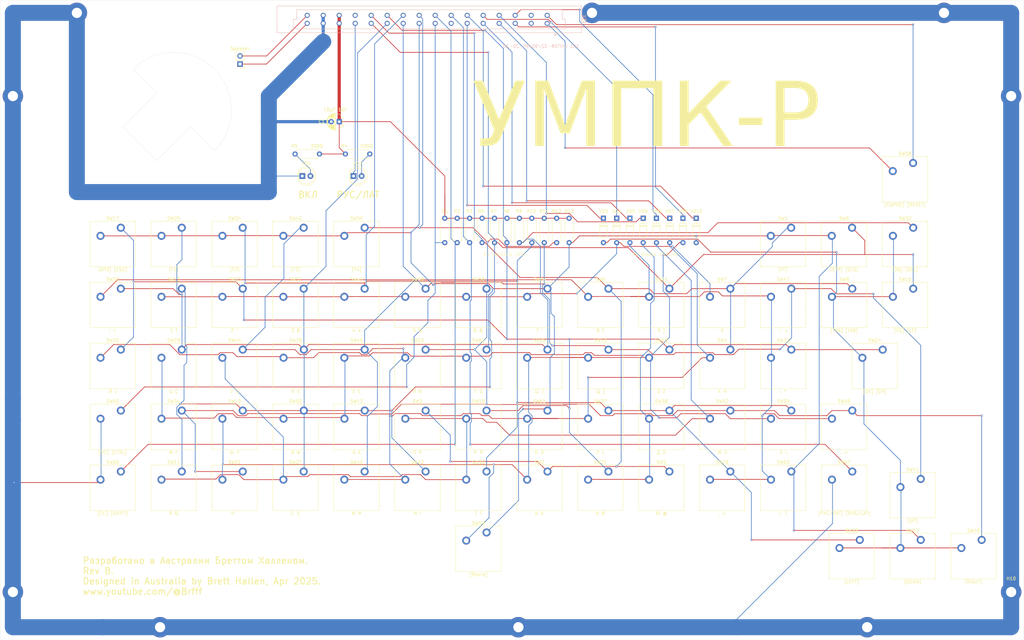
<source format=kicad_pcb>
(kicad_pcb (version 20241229) (generator "pcbnew") (generator_version "9.0")
  (title_block (title "Replacement Keyboard for УМПК-Р") (date "22-Apr-2025") (rev "B") (company "Brett Hallen") (comment 1 "www.youtube.com/@Brfff"))
  (layers (0 "F.Cu" signal) (2 "B.Cu" signal) (13 "F.Paste" user) (15 "B.Paste" user) (5 "F.SilkS" user "F.Silkscreen") (7 "B.SilkS" user "B.Silkscreen") (1 "F.Mask" user) (3 "B.Mask" user) (25 "Edge.Cuts" user))
  (net 0 "")
  (net 1 "B32_+12V")
  (net 2 "A32_SND")
  (net 3 "A30_GND")
  (net 4 "A28_+5V")
  (net 5 "Net-(VD2-A)")
  (net 6 "Net-(VD1-A)")
  (net 7 "B16_PC5")
  (net 8 "B22_PB2")
  (net 9 "A24_PB1")
  (net 10 "A20_PB5")
  (net 11 "A16_PC6")
  (net 12 "B20_PB4")
  (net 13 "B14_PC7")
  (net 14 "B18_PB6")
  (net 15 "B24_PB0")
  (net 16 "A22_PB3")
  (net 17 "A18_PB7")
  (net 18 "Net-(VD9-A)")
  (net 19 "Net-(VD8-A)")
  (net 20 "Net-(VD7-A)")
  (net 21 "Net-(VD6-A)")
  (net 22 "Net-(VD5-A)")
  (net 23 "Net-(VD4-A)")
  (net 24 "Net-(VD3-A)")
  (net 25 "B2_RES")
  (net 26 "A2_RES")
  (net 27 "A26_BPC3")
  (net 28 "A12_PA1")
  (net 29 "B10_PA2")
  (net 30 "A10_PA3")
  (net 31 "B8_PA4")
  (net 32 "A8_PA5")
  (net 33 "B6_PA6")
  (net 34 "A6_PA7")
  (net 35 "B12_PA0")
  (footprint "PCM_Switch_Keyboard_Cherry_MX:SW_Cherry_MX_PCB_1.00u" (layer "F.Cu") (at 254.23 147.825)
    (property "Reference" "SW18")
    (property "Value" "З Z")
  )
  (footprint "Resistor_THT:R_Axial_DIN0207_L6.3mm_D2.5mm_P7.62mm_Horizontal" (layer "F.Cu") (at 209.8802 101.69 -90)
    (property "Reference" "R9")
    (property "Value" "2KΩ" (hide yes))
  )
  (footprint "LED_THT:LED_D5.0mm" (layer "F.Cu") (at 142.04 88.5)
    (property "Reference" "VD1")
    (property "Value" "ВКЛ" (hide yes))
  )
  (footprint "PCM_Switch_Keyboard_Cherry_MX:SW_Cherry_MX_PCB_1.00u" (layer "F.Cu") (at 216.13 166.875)
    (property "Reference" "SW61")
    (property "Value" "О O")
  )
  (footprint "PCM_Switch_Keyboard_Cherry_MX:SW_Cherry_MX_PCB_1.00u" (layer "F.Cu") (at 197.08 147.825)
    (property "Reference" "SW62")
    (property "Value" "Г G")
  )
  (footprint "PCM_Switch_Keyboard_Cherry_MX:SW_Cherry_MX_PCB_1.00u" (layer "F.Cu") (at 351.83 207.3)
    (property "Reference" "SW49")
    (property "Value" "[RIGHT]")
  )
  (footprint "Resistor_THT:R_Axial_DIN0207_L6.3mm_D2.5mm_P7.62mm_Horizontal" (layer "F.Cu") (at 217.6516 101.69 -90)
    (property "Reference" "R11")
    (property "Value" "2KΩ" (hide yes))
  )
  (footprint "Resistor_THT:R_Axial_DIN0207_L6.3mm_D2.5mm_P7.62mm_Horizontal" (layer "F.Cu") (at 221.5373 101.69 -90)
    (property "Reference" "R12")
    (property "Value" "2KΩ" (hide yes))
  )
  (footprint "PCM_Switch_Keyboard_Cherry_MX:SW_Cherry_MX_PCB_1.00u" (layer "F.Cu") (at 254.23 185.925)
    (property "Reference" "SW5")
    (property "Value" "Ю @")
  )
  (footprint "MountingHole:MountingHole_3.2mm_M3_Pad" (layer "F.Cu") (at 97.58 229.5)
    (property "Reference" "H8" (hide yes))
    (property "Value" "MountingHole_Pad" (hide yes))
  )
  (footprint "PCM_Switch_Keyboard_Cherry_MX:SW_Cherry_MX_PCB_1.00u" (layer "F.Cu") (at 311.38 185.925)
    (property "Reference" "SW67")
    (property "Value" "[РУС/ЛАТ] [RUS/LAT]")
  )
  (footprint "MountingHole:MountingHole_3.2mm_M3_Pad" (layer "F.Cu") (at 209.58 229.5)
    (property "Reference" "H6" (hide yes))
    (property "Value" "MountingHole_Pad" (hide yes))
  )
  (footprint "MountingHole:MountingHole_3.2mm_M3_Pad" (layer "F.Cu") (at 71.58 37.5)
    (property "Reference" "H2" (hide yes))
    (property "Value" "MountingHole_Pad" (hide yes))
  )
  (footprint "PCM_Switch_Keyboard_Cherry_MX:SW_Cherry_MX_PCB_1.00u" (layer "F.Cu") (at 311.38 166.875)
    (property "Reference" "SW55")
    (property "Value" ". >")
  )
  (footprint "PCM_Switch_Keyboard_Cherry_MX:SW_Cherry_MX_PCB_1.00u" (layer "F.Cu") (at 158.98 185.925)
    (property "Reference" "SW45")
    (property "Value" "М M")
  )
  (footprint "PCM_Switch_Keyboard_Cherry_MX:SW_Cherry_MX_PCB_1.00u" (layer "F.Cu") (at 216.13 128.775)
    (property "Reference" "SW64")
    (property "Value" "7 '")
  )
  (footprint "Diode_THT:D_DO-35_SOD27_P7.62mm_Horizontal" (layer "F.Cu") (at 236.1514 101.69 -90)
    (property "Reference" "VD3")
    (property "Value" "1N4148" (hide yes))
  )
  (footprint "PCM_Switch_Keyboard_Cherry_MX:SW_Cherry_MX_PCB_1.00u" (layer "F.Cu") (at 139.93 185.925)
    (property "Reference" "SW27")
    (property "Value" "С S")
  )
  (footprint "Diode_THT:D_DO-35_SOD27_P7.62mm_Horizontal" (layer "F.Cu") (at 252.7228 101.69 -90)
    (property "Reference" "VD8")
    (property "Value" "1N4148" (hide yes))
  )
  (footprint "Connector_PinHeader_2.54mm:PinHeader_1x02_P2.54mm_Vertical" (layer "F.Cu") (at 122.58 53.5 180)
    (property "Reference" "BF1" (hide yes))
    (property "Value" "Speaker")
  )
  (footprint "PCM_Switch_Keyboard_Cherry_MX:SW_Cherry_MX_PCB_1.00u" (layer "F.Cu") (at 120.88 109.725)
    (property "Reference" "SW34")
    (property "Value" "[F2]")
  )
  (footprint "PCM_Switch_Keyboard_Cherry_MX:SW_Cherry_MX_PCB_1.00u" (layer "F.Cu") (at 235.18 147.825)
    (property "Reference" "SW43")
    (property "Value" "Щ ]")
  )
  (footprint "PCM_Switch_Keyboard_Cherry_MX:SW_Cherry_MX_PCB_1.00u" (layer "F.Cu") (at 216.13 185.925)
    (property "Reference" "SW2")
    (property "Value" "Ь X")
  )
  (footprint "Diode_THT:D_DO-35_SOD27_P7.62mm_Horizontal" (layer "F.Cu") (at 265.1514 101.69 -90)
    (property "Reference" "VD10")
    (property "Value" "1N4148" (hide yes))
  )
  (footprint "PCM_Switch_Keyboard_Cherry_MX:SW_Cherry_MX_PCB_1.00u" (layer "F.Cu") (at 292.33 166.875)
    (property "Reference" "SW35")
    (property "Value" "Э \\")
  )
  (footprint "Diode_THT:D_DO-35_SOD27_P7.62mm_Horizontal" (layer "F.Cu") (at 248.58 101.69 -90)
    (property "Reference" "VD6")
    (property "Value" "1N4148" (hide yes))
  )
  (footprint "PCM_Switch_Keyboard_Cherry_MX:SW_Cherry_MX_PCB_1.00u" (layer "F.Cu") (at 313.73 207.3)
    (property "Reference" "SW33")
    (property "Value" "[LEFT]")
  )
  (footprint "PCM_Switch_Keyboard_Cherry_MX:SW_Cherry_MX_PCB_1.00u" (layer "F.Cu") (at 216.13 147.825)
    (property "Reference" "SW26")
    (property "Value" "Ш [")
  )
  (footprint "PCM_Switch_Keyboard_Cherry_MX:SW_Cherry_MX_PCB_1.00u" (layer "F.Cu") (at 101.83 166.875)
    (property "Reference" "SW54")
    (property "Value" "Ф F")
  )
  (footprint "PCM_Switch_Keyboard_Cherry_MX:SW_Cherry_MX_PCB_1.00u" (layer "F.Cu") (at 330.3899 89.5)
    (property "Reference" "SW58")
    (property "Value" "[СБРОС] [RESET]")
  )
  (footprint "PCM_Switch_Keyboard_Cherry_MX:SW_Cherry_MX_PCB_1.00u" (layer "F.Cu") (at 311.38 128.775)
    (property "Reference" "SW8")
    (property "Value" "[ТАБ] [TAB]")
  )
  (footprint "MountingHole:MountingHole_3.2mm_M3_Pad" (layer "F.Cu") (at 363.58 63.5)
    (property "Reference" "H5" (hide yes))
    (property "Value" "MountingHole_Pad" (hide yes))
  )
  (footprint "Resistor_THT:R_Axial_DIN0207_L6.3mm_D2.5mm_P7.62mm_Horizontal" (layer "F.Cu") (at 163.125 81.6 180)
    (property "Reference" "R4")
    (property "Value" "330Ω")
  )
  (footprint "PCM_Switch_Keyboard_Cherry_MX:SW_Cherry_MX_PCB_1.00u" (layer "F.Cu") (at 120.88 128.775)
    (property "Reference" "SW23")
    (property "Value" "2 \"")
  )
  (footprint "PCM_Switch_Keyboard_Cherry_MX:SW_Cherry_MX_PCB_1.00u" (layer "F.Cu") (at 139.9767 166.875)
    (property "Reference" "SW60")
    (property "Value" "В W")
  )
  (footprint "Resistor_THT:R_Axial_DIN0207_L6.3mm_D2.5mm_P7.62mm_Horizontal" (layer "F.Cu") (at 213.7659 101.69 -90)
    (property "Reference" "R10")
    (property "Value" "2KΩ" (hide yes))
  )
  (footprint "PCM_Switch_Keyboard_Cherry_MX:SW_Cherry_MX_PCB_1.00u" (layer "F.Cu") (at 82.78 166.875)
    (property "Reference" "SW65")
    (property "Value" "[УС] [CTRL]")
  )
  (footprint "PCM_Switch_Keyboard_Cherry_MX:SW_Cherry_MX_PCB_1.00u" (layer "F.Cu") (at 254.23 166.875)
    (property "Reference" "SW38")
    (property "Value" "Д D")
  )
  (footprint "PCM_Switch_Keyboard_Cherry_MX:SW_Cherry_MX_PCB_1.00u" (layer "F.Cu") (at 254.23 128.775)
    (property "Reference" "SW14")
    (property "Value" "9 )")
  )
  (footprint "PCM_Switch_Keyboard_Cherry_MX:SW_Cherry_MX_PCB_1.00u" (layer "F.Cu") (at 101.83 109.725)
    (property "Reference" "SW25")
    (property "Value" "[F1]")
  )
  (footprint "MountingHole:MountingHole_3.2mm_M3_Pad" (layer "F.Cu") (at 51.58 63.5)
    (property "Reference" "H1" (hide yes))
    (property "Value" "MountingHole_Pad" (hide yes))
  )
  (footprint "PCM_Switch_Keyboard_Cherry_MX:SW_Cherry_MX_PCB_1.00u" (layer "F.Cu") (at 235.18 128.775)
    (property "Reference" "SW6")
    (property "Value" "8 (")
  )
  (footprint "PCM_Switch_Keyboard_Cherry_MX:SW_Cherry_MX_PCB_1.00u" (layer "F.Cu") (at 139.9826 147.825)
    (property "Reference" "SW28")
    (property "Value" "К K")
  )
  (footprint "PCM_Switch_Keyboard_Cherry_MX:SW_Cherry_MX_PCB_1.00u" (layer "F.Cu") (at 158.98 109.725)
    (property "Reference" "SW50")
    (property "Value" "[F4]")
  )
  (footprint "PCM_Switch_Keyboard_Cherry_MX:SW_Cherry_MX_PCB_1.00u" (layer "F.Cu") (at 292.33 147.825)
    (property "Reference" "SW22")
    (property "Value" ": *")
  )
  (footprint "Resistor_THT:R_Axial_DIN0207_L6.3mm_D2.5mm_P7.62mm_Horizontal" (layer "F.Cu") (at 186.5659 109.31 90)
    (property "Reference" "R1")
    (property "Value" "2KΩ" (hide yes))
  )
  (footprint "MountingHole:MountingHole_3.2mm_M3_Pad" (layer "F.Cu") (at 342.58 37.5)
    (property "Reference" "H4" (hide yes))
    (property "Value" "MountingHole_Pad" (hide yes))
  )
  (footprint "Resistor_THT:R_Axial_DIN0207_L6.3mm_D2.5mm_P7.62mm_Horizontal" (layer "F.Cu") (at 202.1087 101.69 -90)
    (property "Reference" "R7")
    (property "Value" "2KΩ" (hide yes))
  )
  (footprint "PCM_Switch_Keyboard_Cherry_MX:SW_Cherry_MX_PCB_1.00u" (layer "F.Cu") (at 101.83 185.925)
    (property "Reference" "SW11")
    (property "Value" "Я Q")
  )
  (footprint "PCM_Switch_Keyboard_Cherry_MX:SW_Cherry_MX_PCB_1.00u" (layer "F.Cu") (at 178.0501 166.875)
    (property "Reference" "SW3")
    (property "Value" "П P")
  )
  (footprint "PCM_Switch_Keyboard_Cherry_MX:SW_Cherry_MX_PCB_1.00u" (layer "F.Cu") (at 178.03 185.925)
    (property "Reference" "SW12")
    (property "Value" "И I")
  )
  (footprint "PCM_Switch_Keyboard_Cherry_MX:SW_Cherry_MX_PCB_1.00u" (layer "F.Cu") (at 330.43 128.775)
    (property "Reference" "SW16")
    (property "Value" "[ПС] [LF]")
  )
  (footprint "MountingHole:MountingHole_3.2mm_M3_Pad" (layer "F.Cu") (at 363.58 218.5)
    (property "Reference" "H10")
    (property "Value" "MountingHole_Pad" (hide yes))
  )
  (footprint "PCM_Switch_Keyboard_Cherry_MX:SW_Cherry_MX_PCB_1.00u" (layer "F.Cu") (at 139.93 128.775)
    (property "Reference" "SW31")
    (property "Value" "3 #")
  )
  (footprint "PCM_Switch_Keyboard_Cherry_MX:SW_Cherry_MX_PCB_1.00u" (layer "F.Cu") (at 273.28 147.825)
    (property "Reference" "SW4")
    (property "Value" "Х H")
  )
  (footprint "PCM_Switch_Keyboard_Cherry_MX:SW_Cherry_MX_PCB_1.00u" (layer "F.Cu") (at 235.18 166.875)
    (property "Reference" "SW37")
    (property "Value" "Л L")
  )
  (footprint "PCM_Switch_Keyboard_Cherry_MX:SW_Cherry_MX_PCB_1.00u" (layer "F.Cu") (at 292.33 128.775)
    (property "Reference" "SW47")
    (property "Value" "- =")
  )
  (footprint "PCM_Switch_Keyboard_Cherry_MX:SW_Cherry_MX_PCB_2.25u" (layer "F.Cu") (at 197.08 204.975)
    (property "Reference" "SW59")
    (property "Value" "[Space]")
  )
  (footprint "PCM_Switch_Keyboard_Cherry_MX:SW_Cherry_MX_PCB_1.00u" (layer "F.Cu") (at 273.28 166.875)
    (property "Reference" "SW52")
    (property "Value" "Ж V")
  )
  (footprint "PCM_Switch_Keyboard_Cherry_MX:SW_Cherry_MX_PCB_1.00u" (layer "F.Cu") (at 197.08 128.775)
    (property "Reference" "SW56")
    (property "Value" "6 &")
  )
  (footprint "PCM_Switch_Keyboard_Cherry_MX:SW_Cherry_MX_PCB_1.00u" (layer "F.Cu") (at 82.78 128.775)
    (property "Reference" "SW30")
    (property "Value" "; +")
  )
  (footprint "MountingHole:MountingHole_3.2mm_M3" (layer "F.Cu") (at 121.2577 84.1066 -45)
    (property "Reference" "H12" (hide yes))
    (property "Value" "MountingHole" (hide yes))
  )
  (footprint "PCM_Switch_Keyboard_Cherry_MX:SW_Cherry_MX_PCB_1.00u" (layer "F.Cu") (at 197.08 185.925)
    (property "Reference" "SW36")
    (property "Value" "Т T")
  )
  (footprint "PCM_Switch_Keyboard_Cherry_MX:SW_Cherry_MX_PCB_1.00u" (layer "F.Cu") (at 120.8767 166.875)
    (property "Reference" "SW10")
    (property "Value" "Ы Y")
  )
  (footprint "PCM_Switch_Keyboard_Cherry_MX:SW_Cherry_MX_PCB_1.00u" (layer "F.Cu") (at 120.88 147.825)
    (property "Reference" "SW44")
    (property "Value" "У U")
  )
  (footprint "PCM_Switch_Keyboard_Cherry_MX:SW_Cherry_MX_PCB_1.00u" (layer "F.Cu") (at 159.01 166.875)
    (property "Reference" "SW13")
    (property "Value" "А A")
  )
  (footprint "PCM_Switch_Keyboard_Cherry_MX:SW_Cherry_MX_PCB_1.00u" (layer "F.Cu") (at 158.98 128.775)
    (property "Reference" "SW40")
    (property "Value" "4 ¤")
  )
  (footprint "MountingHole:MountingHole_3.2mm_M3_Pad" (layer "F.Cu") (at 232.58 37.5)
    (property "Reference" "H3" (hide yes))
    (property "Value" "MountingHole_Pad" (hide yes))
  )
  (footprint "PCM_Switch_Keyboard_Cherry_MX:SW_Cherry_MX_PCB_1.00u" (layer "F.Cu") (at 82.78 147.825)
    (property "Reference" "SW20")
    (property "Value" "Й J")
  )
  (footprint "LED_THT:LED_D5.0mm" (layer "F.Cu") (at 158.04 88.5)
    (property "Reference" "VD2")
    (property "Value" "РУС/ЛАТ" (hide yes))
  )
  (footprint "PCM_Switch_Keyboard_Cherry_MX:SW_Cherry_MX_PCB_1.00u" (layer "F.Cu") (at 101.83 147.825)
    (property "Reference" "SW29")
    (property "Value" "Ц C")
  )
  (footprint "PCM_Switch_Keyboard_Cherry_MX:SW_Cherry_MX_PCB_1.00u" (layer "F.Cu") (at 82.78 109.725)
    (property "Reference" "SW17")
    (property "Value" "[АР2] [ESC]")
  )
  (footprint "Resistor_THT:R_Axial_DIN0207_L6.3mm_D2.5mm_P7.62mm_Horizontal" (layer "F.Cu") (at 225.423 101.69 -90)
    (property "Reference" "R13")
    (property "Value" "2KΩ" (hide yes))
  )
  (footprint "Resistor_THT:R_Axial_DIN0207_L6.3mm_D2.5mm_P7.62mm_Horizontal" (layer "F.Cu") (at 139.77 81.6)
    (property "Reference" "R5")
    (property "Value" "330Ω")
  )
  (footprint "PCM_Switch_Keyboard_Cherry_MX:SW_Cherry_MX_PCB_1.00u" (layer "F.Cu") (at 178.03 128.775)
    (property "Reference" "SW48")
    (property "Value" "5 %")
  )
  (footprint "PCM_Switch_Keyboard_Cherry_MX:SW_Cherry_MX_PCB_1.00u" (layer "F.Cu") (at 311.3241 109.725)
    (property "Reference" "SW9")
    (property "Value" "[СТР] [CLS]")
  )
  (footprint "PCM_Switch_Keyboard_Cherry_MX:SW_Cherry_MX_PCB_1.00u" (layer "F.Cu") (at 292.2741 109.725)
    (property "Reference" "SW1")
    (property "Value" "[FF]")
  )
  (footprint "Resistor_THT:R_Axial_DIN0207_L6.3mm_D2.5mm_P7.62mm_Horizontal" (layer "F.Cu") (at 190.4516 109.31 90)
    (property "Reference" "R2")
    (property "Value" "2KΩ" (hide yes))
  )
  (footprint "PCM_Switch_Keyboard_Cherry_MX:SW_Cherry_MX_PCB_1.00u" (layer "F.Cu") (at 101.83 128.775)
    (property "Reference" "SW15")
    (property "Value" "1 !")
  )
  (footprint "Diode_THT:D_DO-35_SOD27_P7.62mm_Horizontal" (layer "F.Cu") (at 261.0085 101.69 -90)
    (property "Reference" "VD9")
    (property "Value" "1N4148" (hide yes))
  )
  (footprint "PCM_Switch_Keyboard_Cherry_MX:SW_Cherry_MX_PCB_1.00u" (layer "F.Cu") (at 273.28 128.775)
    (property "Reference" "SW7")
    (property "Value" "0")
  )
  (footprint "PCM_Switch_Keyboard_Cherry_MX:SW_Cherry_MX_PCB_1.00u" (layer "F.Cu") (at 158.98 147.825)
    (property "Reference" "SW46")
    (property "Value" "Е E")
  )
  (footprint "Diode_THT:D_DO-35_SOD27_P7.62mm_Horizontal" (layer "F.Cu") (at 240.2943 101.69 -90)
    (property "Reference" "VD4")
    (property "Value" "1N4148" (hide yes))
  )
  (footprint "Capacitor_THT:CP_Radial_D5.0mm_P2.50mm" (layer "F.Cu") (at 153.58 71.5 180)
    (property "Reference" "C1")
    (property "Value" "10µF 16V")
  )
  (footprint "PCM_Switch_Keyboard_Cherry_MX:SW_Cherry_MX_PCB_2.00u" (layer "F.Cu") (at 320.8957 147.843)
    (property "Reference" "SW24")
    (property "Value" "[ВК] [CR]")
  )
  (footprint "PCM_Switch_Keyboard_Cherry_MX:SW_Cherry_MX_PCB_1.00u" (layer "F.Cu") (at 139.93 109.725)
    (property "Reference" "SW42")
    (property "Value" "[F3]")
  )
  (footprint "MountingHole:MountingHole_3.2mm_M3" (layer "F.Cu") (at 85.9023 48.7513 -45)
    (property "Reference" "H11" (hide yes))
    (property "Value" "MountingHole" (hide yes))
  )
  (footprint "MountingHole:MountingHole_3.2mm_M3_Pad" (layer "F.Cu") (at 51.58 218.5)
    (property "Reference" "H9" (hide yes))
    (property "Value" "MountingHole_Pad" (hide yes))
  )
  (footprint "PCM_Switch_Keyboard_Cherry_MX:SW_Cherry_MX_PCB_1.00u" (layer "F.Cu") (at 178.03 147.825)
    (property "Reference" "SW53")
    (property "Value" "Н N")
  )
  (footprint "PCM_Switch_Keyboard_Cherry_MX:SW_Cherry_MX_PCB_1.00u" (layer "F.Cu") (at 292.33 185.925)
    (property "Reference" "SW63")
    (property "Value" "/ ?")
  )
  (footprint "PCM_Switch_Keyboard_Cherry_MX:SW_Cherry_MX_PCB_1.00u" (layer "F.Cu") (at 82.78 185.925)
    (property "Reference" "SW66")
    (property "Value" "[СС] [SHIFT]")
  )
  (footprint "Resistor_THT:R_Axial_DIN0207_L6.3mm_D2.5mm_P7.62mm_Horizontal" (layer "F.Cu") (at 194.3373 109.31 90)
    (property "Reference" "R3")
    (property "Value" "2KΩ" (hide yes))
  )
  (footprint "PCM_Switch_Keyboard_Cherry_MX:SW_Cherry_MX_PCB_1.00u" (layer "F.Cu") (at 235.18 185.925)
    (property "Reference" "SW21")
    (property "Value" "Б B")
  )
  (footprint "PCM_Switch_Keyboard_Cherry_MX:SW_Cherry_MX_PCB_1.00u" (layer "F.Cu") (at 332.78 207.3)
    (property "Reference" "SW57")
    (property "Value" "[DOWN]")
  )
  (footprint "MountingHole:MountingHole_3.2mm_M3_Pad" (layer "F.Cu") (at 318.58 229.5)
    (property "Reference" "H7" (hide yes))
    (property "Value" "MountingHole_Pad" (hide yes))
  )
  (footprint "PCM_Switch_Keyboard_Cherry_MX:SW_Cherry_MX_PCB_1.00u" (layer "F.Cu") (at 273.28 185.925)
    (property "Reference" "SW39")
    (property "Value" ", <")
  )
  (footprint "PCM_Switch_Keyboard_Cherry_MX:SW_Cherry_MX_PCB_1.00u" (layer "F.Cu") (at 197.08 166.875)
    (property "Reference" "SW19")
    (property "Value" "Р R")
  )
  (footprint "PCM_Switch_Keyboard_Cherry_MX:SW_Cherry_MX_PCB_1.00u" (layer "F.Cu") (at 332.78 188.25)
    (property "Reference" "SW41")
    (property "Value" "[UP]")
  )
  (footprint "Diode_THT:D_DO-35_SOD27_P7.62mm_Horizontal" (layer "F.Cu") (at 244.4371 101.69 -90)
    (property "Reference" "VD5")
    (property "Value" "1N4148" (hide yes))
  )
  (footprint "Diode_THT:D_DO-35_SOD27_P7.62mm_Horizontal" (layer "F.Cu") (at 256.8657 101.69 -90)
    (property "Reference" "VD7")
    (property "Value" "1N4148" (hide yes))
  )
  (footprint "PCM_Switch_Keyboard_Cherry_MX:SW_Cherry_MX_PCB_1.00u" (layer "F.Cu") (at 330.43 109.725)
    (property "Reference" "SW32")
    (property "Value" "[ЭБ] [DEL]")
  )
  (footprint "Resistor_THT:R_Axial_DIN0207_L6.3mm_D2.5mm_P7.62mm_Horizontal" (layer "F.Cu") (at 205.9945 101.69 -90)
    (property "Reference" "R8")
    (property "Value" "2KΩ" (hide yes))
  )
  (footprint "Resistor_THT:R_Axial_DIN0207_L6.3mm_D2.5mm_P7.62mm_Horizontal" (layer "F.Cu") (at 198.223 101.69 -90)
    (property "Reference" "R6")
    (property "Value" "2KΩ" (hide yes))
  )
  (footprint "PCM_Switch_Keyboard_Cherry_MX:SW_Cherry_MX_PCB_1.00u" (layer "F.Cu") (at 120.88 185.925)
    (property "Reference" "SW51")
    (property "Value" "Ч ^")
  )
  (footprint "Connector_DIN:DIN41612_B_2x32_Female_Vertical_THT" (layer "B.Cu") (at 221.11 40.7701 90)
    (property "Reference" "XS1")
    (property "Value" "СНП58-32/95x9P-20-20" (hide yes))
  )
  (gr_line (start 107.186602 73.106602) (end 96.58 83.713204) (stroke (width 0.05)) (layer "Edge.Cuts"))
  (gr_line (start 366.58 233.5) (end 48.58 233.5) (stroke (width 0.05)) (layer "Edge.Cuts"))
  (gr_line (start 85.973398 73.106602) (end 96.58 83.713204) (stroke (width 0.05)) (layer "Edge.Cuts"))
  (gr_line (start 107.186602 73.106602) (end 114.611223 80.531223) (stroke (width 0.05)) (layer "Edge.Cuts"))
  (gr_line (start 47.58 232.5) (end 47.58 34.5) (stroke (width 0.05)) (layer "Edge.Cuts"))
  (gr_line (start 96.58 62.5) (end 85.973398 73.106602) (stroke (width 0.05)) (layer "Edge.Cuts"))
  (gr_arc (start 366.58 33.5) (mid 367.287107 33.792893) (end 367.58 34.5) (stroke (width 0.05)) (layer "Edge.Cuts"))
  (gr_line (start 367.58 34.5) (end 367.58 232.5) (stroke (width 0.05)) (layer "Edge.Cuts"))
  (gr_line (start 48.58 33.5) (end 366.58 33.5) (stroke (width 0.05)) (layer "Edge.Cuts"))
  (gr_arc (start 48.58 233.5) (mid 47.872893 233.207107) (end 47.58 232.5) (stroke (width 0.05)) (layer "Edge.Cuts"))
  (gr_arc (start 367.58 232.5) (mid 367.287107 233.207107) (end 366.58 233.5) (stroke (width 0.05)) (layer "Edge.Cuts"))
  (gr_line (start 89.155379 55.075379) (end 96.58 62.5) (stroke (width 0.05)) (layer "Edge.Cuts"))
  (gr_arc (start 89.155379 55.075379) (mid 114.611223 55.075379) (end 114.611223 80.531223) (stroke (width 0.05)) (layer "Edge.Cuts"))
  (gr_arc (start 47.58 34.5) (mid 47.872893 33.792893) (end 48.58 33.5) (stroke (width 0.05)) (layer "Edge.Cuts"))
  (gr_text "Разработано в Австралии Бреттом Халленом.\nRev B.\nDesigned in Australia by Brett Hallen, Apr 2025.\nwww.youtube.com/@Brfff" (at 73.255 219.5 0) (layer "F.SilkS") (effects (font (size 2 2) (thickness 0.3)) (justify left bottom)))
  (gr_text "ВКЛ" (at 140.58 95.5 0) (layer "F.SilkS") (effects (font (size 2 2) (thickness 0.3)) (justify left bottom)))
  (gr_text "УМПК-Р" (at 249.58 82.5 0) (layer "F.SilkS") (effects (font (size 20 20) (thickness 0.1)) (justify bottom)))
  (gr_text "РУС/ЛАТ" (at 152.58 95.5 0) (layer "F.SilkS") (effects (font (size 2 2) (thickness 0.3)) (justify left bottom)))
  (gr_text "All diodes 1N4148" (at 245.1514 113.5 0) (layer "F.SilkS") (effects (font (size 1 1) (thickness 0.1)) (justify left bottom)))
  (gr_text "All resistors 2KΩ" (at 198.565888 113.5 0) (layer "F.SilkS") (effects (font (size 1 1) (thickness 0.1)) (justify left bottom)))
  (gr_text "XS1 СНП58-32/95x9P-20-20" (at 228.58 48.5 0) (layer "B.SilkS") (effects (font (size 1 1) (thickness 0.1)) (justify left bottom mirror)))
  (segment (start 130.8801 50.96) (end 122.58 50.96) (width 0.2) (layer "F.Cu") (net 1))
  (segment (start 143.57 38.2701) (end 130.8801 50.96) (width 0.2) (layer "F.Cu") (net 1))
  (segment (start 130.8401 53.5) (end 122.58 53.5) (width 0.2) (layer "F.Cu") (net 2))
  (segment (start 143.57 40.7701) (end 130.8401 53.5) (width 0.2) (layer "F.Cu") (net 2))
  (segment (start 51.9689 184.2963) (end 78.0587 184.2963) (width 0.2) (layer "F.Cu") (net 3))
  (segment (start 78.0587 184.2963) (end 78.97 183.385) (width 0.2) (layer "F.Cu") (net 3))
  (via (at 51.9689 184.2963) (size 0.6) (drill 0.3) (layers "F.Cu" "B.Cu") (net 3))
  (segment (start 275.3429 229.5) (end 307.7479 197.095) (width 0.2) (layer "B.Cu") (net 3))
  (segment (start 277.6852 229.5) (end 318.58 229.5) (width 5) (layer "B.Cu") (net 3))
  (segment (start 79.1479 183.2071) (end 79.1479 164.5129) (width 0.2) (layer "B.Cu") (net 3))
  (segment (start 51.58 37.5) (end 51.58 63.5) (width 5) (layer "B.Cu") (net 3))
  (segment (start 51.58 63.5) (end 51.58 157.9125) (width 5) (layer "B.Cu") (net 3))
  (segment (start 97.58 229.5) (end 209.58 229.5) (width 5) (layer "B.Cu") (net 3))
  (segment (start 342.58 37.5) (end 232.58 37.5) (width 5) (layer "B.Cu") (net 3))
  (segment (start 148.57 46.51) (end 148.57 46.49) (width 0.2) (layer "B.Cu") (net 3))
  (segment (start 131.58 88.6771) (end 131.58 71.5) (width 5) (layer "B.Cu") (net 3))
  (segment (start 51.58 229.5) (end 79.58 229.5) (width 5) (layer "B.Cu") (net 3))
  (segment (start 131.757 88.177) (end 131.757 88.5) (width 0.2) (layer "B.Cu") (net 3))
  (segment (start 131.58 93.5) (end 131.58 88.6771) (width 5) (layer "B.Cu") (net 3))
  (segment (start 131.58 63.5) (end 148.58 46.5) (width 5) (layer "B.Cu") (net 3))
  (segment (start 51.9689 177.3514) (end 51.9689 184.2963) (width 0.2) (layer "B.Cu") (net 3))
  (segment (start 71.58 37.5) (end 51.58 37.5) (width 5) (layer "B.Cu") (net 3))
  (segment (start 51.58 164.5) (end 51.58 229.5) (width 5) (layer "B.Cu") (net 3))
  (segment (start 318.58 229.5) (end 363.58 229.5) (width 5) (layer "B.Cu") (net 3))
  (segment (start 307.7479 183.5629) (end 307.57 183.385) (width 0.2) (layer "B.Cu") (net 3))
  (segment (start 363.58 37.5) (end 342.58 37.5) (width 5) (layer "B.Cu") (net 3))
  (segment (start 79.58 229.5) (end 97.58 229.5) (width 5) (layer "B.Cu") (net 3))
  (segment (start 51.58 157.9125) (end 51.58 164.5) (width 5) (layer "B.Cu") (net 3))
  (segment (start 363.58 63.5) (end 363.58 37.5) (width 5) (layer "B.Cu") (net 3))
  (segment (start 148.57 38.2701) (end 148.57 40.7701) (width 1) (layer "B.Cu") (net 3))
  (segment (start 363.58 229.5) (end 363.58 63.5) (width 5) (layer "B.Cu") (net 3))
  (segment (start 71.58 93.5) (end 131.58 93.5) (width 5) (layer "B.Cu") (net 3))
  (segment (start 142.04 88.5) (end 131.7571 88.5) (width 0.2) (layer "B.Cu") (net 3))
  (segment (start 307.7479 197.095) (end 307.7479 183.5629) (width 0.2) (layer "B.Cu") (net 3))
  (segment (start 148.57 40.7701) (end 148.57 46.49) (width 1) (layer "B.Cu") (net 3))
  (segment (start 51.58 176.9625) (end 51.9689 177.3514) (width 0.2) (layer "B.Cu") (net 3))
  (segment (start 78.97 183.385) (end 79.1479 183.2071) (width 0.2) (layer "B.Cu") (net 3))
  (segment (start 151.08 71.5) (end 131.58 71.5) (width 1) (layer "B.Cu") (net 3))
  (segment (start 131.58 71.5) (end 131.58 63.5) (width 5) (layer "B.Cu") (net 3))
  (segment (start 131.58 88) (end 131.757 88.177) (width 0.2) (layer "B.Cu") (net 3))
  (segment (start 79.1479 164.5129) (end 78.97 164.335) (width 0.2) (layer "B.Cu") (net 3))
  (segment (start 209.58 229.5) (end 277.6852 229.5) (width 5) (layer "B.Cu") (net 3))
  (segment (start 71.58 37.5) (end 71.58 93.5) (width 5) (layer "B.Cu") (net 3))
  (segment (start 186.566 94.514) (end 186.566 101.69) (width 0.2) (layer "F.Cu") (net 4))
  (segment (start 153.58 56.5775) (end 153.58 71.5) (width 0.2) (layer "F.Cu") (net 4))
  (segment (start 153.57 38.2701) (end 153.57 71.49) (width 1) (layer "F.Cu") (net 4))
  (segment (start 186.58 94.5) (end 186.566 94.514) (width 0.2) (layer "F.Cu") (net 4))
  (segment (start 155.505 81.6) (end 147.39 81.6) (width 0.2) (layer "F.Cu") (net 4))
  (segment (start 153.58 79.675) (end 155.505 81.6) (width 0.2) (layer "F.Cu") (net 4))
  (segment (start 153.57 56.5675) (end 153.58 56.5775) (width 0.2) (layer "F.Cu") (net 4))
  (segment (start 169.58 71.5) (end 186.58 88.5) (width 0.2) (layer "F.Cu") (net 4))
  (segment (start 186.565888 101.69) (end 225.422988 101.69) (width 0.2) (layer "F.Cu") (net 4))
  (segment (start 186.58 88.5) (end 186.58 100.5) (width 0.2) (layer "F.Cu") (net 4))
  (segment (start 153.58 71.5) (end 169.58 71.5) (width 0.2) (layer "F.Cu") (net 4))
  (segment (start 186.566 101.69) (end 186.5659 101.69) (width 0.2) (layer "F.Cu") (net 4))
  (segment (start 153.58 71.5) (end 153.58 79.675) (width 0.2) (layer "F.Cu") (net 4))
  (segment (start 163.125 81.6) (end 160.58 84.145) (width 0.2) (layer "B.Cu") (net 5))
  (segment (start 160.58 84.145) (end 160.58 88.5) (width 0.2) (layer "B.Cu") (net 5))
  (segment (start 139.77 81.6) (end 144.58 86.41) (width 0.2) (layer "B.Cu") (net 6))
  (segment (start 144.58 86.41) (end 144.58 88.5) (width 0.2) (layer "B.Cu") (net 6))
  (segment (start 85.32 180.845) (end 93.8211 172.3439) (width 0.2) (layer "F.Cu") (net 7))
  (segment (start 93.8211 172.3439) (end 189.7984 172.3439) (width 0.2) (layer "F.Cu") (net 7))
  (via (at 189.7984 172.3439) (size 0.6) (drill 0.3) (layers "F.Cu" "B.Cu") (net 7))
  (segment (start 189.7984 109.31) (end 189.7984 172.3439) (width 0.2) (layer "B.Cu") (net 7))
  (segment (start 188.5087 43.2088) (end 188.5087 108.0203) (width 0.2) (layer "B.Cu") (net 7))
  (segment (start 189.7984 109.31) (end 190.4516 109.31) (width 0.2) (layer "B.Cu") (net 7))
  (segment (start 183.57 38.2701) (end 188.5087 43.2088) (width 0.2) (layer "B.Cu") (net 7))
  (segment (start 188.5087 108.0203) (end 189.7984 109.31) (width 0.2) (layer "B.Cu") (net 7))
  (segment (start 253.4998 139.4748) (end 225.5397 139.4748) (width 0.2) (layer "F.Cu") (net 8))
  (segment (start 294.87 142.745) (end 293.3183 141.1933) (width 0.2) (layer "F.Cu") (net 8))
  (segment (start 258.3217 141.1933) (end 256.77 142.745) (width 0.2) (layer "F.Cu") (net 8))
  (segment (start 294.888 142.763) (end 294.87 142.745) (width 0.2) (layer "F.Cu") (net 8))
  (segment (start 293.3183 141.1933) (end 258.3217 141.1933) (width 0.2) (layer "F.Cu") (net 8))
  (segment (start 211.085 160.2152) (end 224.6529 160.2152) (width 0.2) (layer "F.Cu") (net 8))
  (segment (start 200.0183 133.4986) (end 205.9945 139.4748) (width 0.2) (layer "F.Cu") (net 8))
  (segment (start 199.62 161.795) (end 209.5052 161.795) (width 0.2) (layer "F.Cu") (net 8))
  (segment (start 323.4357 142.763) (end 294.888 142.763) (width 0.2) (layer "F.Cu") (net 8))
  (segment (start 168.57 38.2701) (end 173.2494 42.9495) (width 0.2) (layer "F.Cu") (net 8))
  (segment (start 256.77 142.745) (end 253.4998 139.4748) (width 0.2) (layer "F.Cu") (net 8))
  (segment (start 89.2914 121.5401) (end 121.2651 121.5401) (width 0.2) (layer "F.Cu") (net 8))
  (segment (start 224.6529 160.2152) (end 225.5397 161.102) (width 0.2) (layer "F.Cu") (net 8))
  (segment (start 173.2494 42.9495) (end 199.1919 42.9495) (width 0.2) (layer "F.Cu") (net 8))
  (segment (start 121.2651 121.5401) (end 123.42 123.695) (width 0.2) (layer "F.Cu") (net 8))
  (segment (start 123.7913 133.4986) (end 200.0183 133.4986) (width 0.2) (layer "F.Cu") (net 8))
  (segment (start 209.5052 161.795) (end 211.085 160.2152) (width 0.2) (layer "F.Cu") (net 8))
  (segment (start 225.5397 139.4748) (end 205.9945 139.4748) (width 0.2) (layer "F.Cu") (net 8))
  (via (at 123.7913 133.4986) (size 0.6) (drill 0.3) (layers "F.Cu" "B.Cu") (net 8))
  (via (at 205.9945 139.4748) (size 0.6) (drill 0.3) (layers "F.Cu" "B.Cu") (net 8))
  (via (at 199.1919 42.9495) (size 0.6) (drill 0.3) (layers "F.Cu" "B.Cu") (net 8))
  (via (at 89.2914 121.5401) (size 0.6) (drill 0.3) (layers "F.Cu" "B.Cu") (net 8))
  (via (at 225.5397 161.102) (size 0.6) (drill 0.3) (layers "F.Cu" "B.Cu") (net 8))
  (via (at 225.5397 139.4748) (size 0.6) (drill 0.3) (layers "F.Cu" "B.Cu") (net 8))
  (segment (start 89.2914 121.5401) (end 89.2914 138.7736) (width 0.2) (layer "B.Cu") (net 8))
  (segment (start 123.42 123.695) (end 123.7913 124.0663) (width 0.2) (layer "B.Cu") (net 8))
  (segment (start 225.5397 139.4748) (end 225.5397 161.102) (width 0.2) (layer "B.Cu") (net 8))
  (segment (start 204.8928 107.1066) (end 204.8928 48.6504) (width 0.2) (layer "B.Cu") (net 8))
  (segment (start 85.32 104.645) (end 89.2914 108.6164) (width 0.2) (layer "B.Cu") (net 8))
  (segment (start 225.5397 161.102) (end 225.5397 168.6647) (width 0.2) (layer "B.Cu") (net 8))
  (segment (start 123.7913 124.0663) (end 123.7913 133.4986) (width 0.2) (layer "B.Cu") (net 8))
  (segment (start 205.9945 109.31) (end 205.9945 139.4748) (width 0.2) (layer "B.Cu") (net 8))
  (segment (start 204.8928 48.6504) (end 199.1919 42.9495) (width 0.2) (layer "B.Cu") (net 8))
  (segment (start 205.9945 108.2083) (end 204.8928 107.1066) (width 0.2) (layer "B.Cu") (net 8))
  (segment (start 225.5397 168.6647) (end 237.72 180.845) (width 0.2) (layer "B.Cu") (net 8))
  (segment (start 89.2914 138.7736) (end 85.32 142.745) (width 0.2) (layer "B.Cu") (net 8))
  (segment (start 89.2914 108.6164) (end 89.2914 121.5401) (width 0.2) (layer "B.Cu") (net 8))
  (segment (start 205.9945 109.31) (end 205.9945 108.2083) (width 0.2) (layer "B.Cu") (net 8))
  (segment (start 169.9988 161.795) (end 177.3785 154.4153) (width 0.2) (layer "F.Cu") (net 9))
  (segment (start 317.8382 108.6191) (end 317.8382 113.0255) (width 0.2) (layer "F.Cu") (net 9))
  (segment (start 177.3785 154.4153) (end 200.6657 154.4153) (width 0.2) (layer "F.Cu") (net 9))
  (segment (start 123.4167 161.795) (end 121.3429 159.7212) (width 0.2) (layer "F.Cu") (net 9))
  (segment (start 243.9568 110.8818) (end 256.77 123.695) (width 0.2) (layer "F.Cu") (net 9))
  (segment (start 204.7822 110.8818) (end 243.9568 110.8818) (width 0.2) (layer "F.Cu") (net 9))
  (segment (start 161.55 161.795) (end 123.4167 161.795) (width 0.2) (layer "F.Cu") (net 9))
  (segment (start 332.97 113.0255) (end 317.8382 113.0255) (width 0.2) (layer "F.Cu") (net 9))
  (segment (start 161.55 161.795) (end 169.9988 161.795) (width 0.2) (layer "F.Cu") (net 9))
  (segment (start 121.3429 159.7212) (end 103.8853 159.7212) (width 0.2) (layer "F.Cu") (net 9))
  (segment (start 267.4395 113.0255) (end 256.77 123.695) (width 0.2) (layer "F.Cu") (net 9))
  (segment (start 317.8382 113.0255) (end 267.4395 113.0255) (width 0.2) (layer "F.Cu") (net 9))
  (segment (start 163.57 40.7701) (end 172.6317 49.8318) (width 0.2) (layer "F.Cu") (net 9))
  (segment (start 202.1087 109.31) (end 203.2104 109.31) (width 0.2) (layer "F.Cu") (net 9))
  (segment (start 313.8641 104.645) (end 317.8382 108.6191) (width 0.2) (layer "F.Cu") (net 9))
  (segment (start 203.2104 109.31) (end 204.7822 110.8818) (width 0.2) (layer "F.Cu") (net 9))
  (segment (start 172.6317 49.8318) (end 200.1659 49.8318) (width 0.2) (layer "F.Cu") (net 9))
  (via (at 200.6657 154.4153) (size 0.6) (drill 0.3) (layers "F.Cu" "B.Cu") (net 9))
  (via (at 103.8853 159.7212) (size 0.6) (drill 0.3) (layers "F.Cu" "B.Cu") (net 9))
  (via (at 332.97 113.0255) (size 0.6) (drill 0.3) (layers "F.Cu" "B.Cu") (net 9))
  (via (at 169.9988 161.795) (size 0.6) (drill 0.3) (layers "F.Cu" "B.Cu") (net 9))
  (via (at 200.1659 49.8318) (size 0.6) (drill 0.3) (layers "F.Cu" "B.Cu") (net 9))
  (segment (start 169.9988 170.2738) (end 169.9988 161.795) (width 0.2) (layer "B.Cu") (net 9))
  (segment (start 102.7965 160.81) (end 102.7965 162.9417) (width 0.2) (layer "B.Cu") (net 9))
  (segment (start 103.8853 159.7212) (end 102.7965 160.81) (width 0.2) (layer "B.Cu") (net 9))
  (segment (start 105.0741 147.6433) (end 105.0741 158.5324) (width 0.2) (layer "B.Cu") (net 9))
  (segment (start 202.1087 108.2083) (end 200.1659 106.2655) (width 0.2) (layer "B.Cu") (net 9))
  (segment (start 102.7965 162.9417) (end 104.443 164.5882) (width 0.2) (layer "B.Cu") (net 9))
  (segment (start 105.0741 158.5324) (end 103.8853 159.7212) (width 0.2) (layer "B.Cu") (net 9))
  (segment (start 200.6657 154.4153) (end 200.6657 145.6771) (width 0.2) (layer "B.Cu") (net 9))
  (segment (start 200.7085 126.1784) (end 202.1087 124.7782) (width 0.2) (layer "B.Cu") (net 9))
  (segment (start 104.443 180.772) (end 104.37 180.845) (width 0.2) (layer "B.Cu") (net 9))
  (segment (start 104.443 164.5882) (end 104.443 180.772) (width 0.2) (layer "B.Cu") (net 9))
  (segment (start 105.4314 124.7564) (end 105.4314 141.3044) (width 0.2) (layer "B.Cu") (net 9))
  (segment (start 201.2176 145.1252) (end 201.2176 140.208) (width 0.2) (layer "B.Cu") (net 9))
  (segment (start 104.37 123.695) (end 105.4314 124.7564) (width 0.2) (layer "B.Cu") (net 9))
  (segment (start 200.7085 139.6989) (end 200.7085 126.1784) (width 0.2) (layer "B.Cu") (net 9))
  (segment (start 105.9222 146.7952) (end 105.0741 147.6433) (width 0.2) (layer "B.Cu") (net 9))
  (segment (start 332.97 123.695) (end 332.97 113.0255) (width 0.2) (layer "B.Cu") (net 9))
  (segment (start 201.2176 140.208) (end 200.7085 139.6989) (width 0.2) (layer "B.Cu") (net 9))
  (segment (start 200.6657 145.6771) (end 201.2176 145.1252) (width 0.2) (layer "B.Cu") (net 9))
  (segment (start 105.9222 141.7952) (end 105.9222 146.7952) (width 0.2) (layer "B.Cu") (net 9))
  (segment (start 180.57 180.845) (end 169.9988 170.2738) (width 0.2) (layer "B.Cu") (net 9))
  (segment (start 200.1659 106.2655) (end 200.1659 49.8318) (width 0.2) (layer "B.Cu") (net 9))
  (segment (start 105.4314 141.3044) (end 105.9222 141.7952) (width 0.2) (layer "B.Cu") (net 9))
  (segment (start 202.1087 124.7782) (end 202.1087 109.31) (width 0.2) (layer "B.Cu") (net 9))
  (segment (start 202.1087 109.31) (end 202.1087 108.2083) (width 0.2) (layer "B.Cu") (net 9))
  (segment (start 182.5293 121.7357) (end 180.57 123.695) (width 0.2) (layer "F.Cu") (net 10))
  (segment (start 291.3769 142.6251) (end 278.4595 142.6251) (width 0.2) (layer "F.Cu") (net 10))
  (segment (start 220.2108 141.5065) (end 236.4815 141.5065) (width 0.2) (layer "F.Cu") (net 10))
  (segment (start 161.52 142.745) (end 144.7696 142.745) (width 0.2) (layer "F.Cu") (net 10))
  (segment (start 236.4815 141.5065) (end 237.72 142.745) (width 0.2) (layer "F.Cu") (net 10))
  (segment (start 276.7722 144.3124) (end 270.949 144.3124) (width 0.2) (layer "F.Cu") (net 10))
  (segment (start 278.4595 142.6251) (end 276.7722 144.3124) (width 0.2) (layer "F.Cu") (net 10))
  (segment (start 217.6516 122.2292) (end 204.9056 122.2292) (width 0.2) (layer "F.Cu") (net 10))
  (segment (start 258.0815 144.3009) (end 251.6304 144.3009) (width 0.2) (layer "F.Cu") (net 10))
  (segment (start 144.7696 142.745) (end 143.195 144.3196) (width 0.2) (layer "F.Cu") (net 10))
  (segment (start 270.3248 143.6882) (end 258.6942 143.6882) (width 0.2) (layer "F.Cu") (net 10))
  (segment (start 308.9044 125.2902) (end 320.5471 125.2902) (width 0.2) (layer "F.Cu") (net 10))
  (segment (start 251.6304 144.3009) (end 250.0745 142.745) (width 0.2) (layer "F.Cu") (net 10))
  (segment (start 270.949 144.3124) (end 270.3248 143.6882) (width 0.2) (layer "F.Cu") (net 10))
  (segment (start 141.3034 144.3196) (end 139.7288 142.745) (width 0.2) (layer "F.Cu") (net 10))
  (segment (start 204.4121 121.7357) (end 182.5293 121.7357) (width 0.2) (layer "F.Cu") (net 10))
  (segment (start 250.0745 142.745) (end 237.72 142.745) (width 0.2) (layer "F.Cu") (net 10))
  (segment (start 258.6942 143.6882) (end 258.0815 144.3009) (width 0.2) (layer "F.Cu") (net 10))
  (segment (start 139.7288 142.745) (end 123.42 142.745) (width 0.2) (layer "F.Cu") (net 10))
  (segment (start 143.195 144.3196) (end 141.3034 144.3196) (width 0.2) (layer "F.Cu") (net 10))
  (segment (start 294.87 123.695) (end 307.3092 123.695) (width 0.2) (layer "F.Cu") (net 10))
  (segment (start 204.9056 122.2292) (end 204.4121 121.7357) (width 0.2) (layer "F.Cu") (net 10))
  (segment (start 307.3092 123.695) (end 308.9044 125.2902) (width 0.2) (layer "F.Cu") (net 10))
  (via (at 320.5471 125.2902) (size 0.6) (drill 0.3) (layers "F.Cu" "B.Cu") (net 10))
  (via (at 291.3769 142.6251) (size 0.6) (drill 0.3) (layers "F.Cu" "B.Cu") (net 10))
  (via (at 217.6516 122.2292) (size 0.6) (drill 0.3) (layers "F.Cu" "B.Cu") (net 10))
  (via (at 220.2108 141.5065) (size 0.6) (drill 0.3) (layers "F.Cu" "B.Cu") (net 10))
  (segment (start 173.57 116.695) (end 177.5622 120.6872) (width 0.2) (layer "B.Cu") (net 10))
  (segment (start 141.3342 104.645) (end 136.2846 109.6946) (width 0.2) (layer "B.Cu") (net 10))
  (segment (start 219.3342 140.6299) (end 220.2108 141.5065) (width 0.2) (layer "B.Cu") (net 10))
  (segment (start 177.5622 120.6872) (end 161.52 136.7294) (width 0.2) (layer "B.Cu") (net 10))
  (segment (start 165.5012 160.5088) (end 162.3456 163.6644) (width 0.2) (layer "B.Cu") (net 10))
  (segment (start 320.5471 126.6388) (end 320.5471 125.2902) (width 0.2) (layer "B.Cu") (net 10))
  (segment (start 335.32 183.17) (end 335.32 141.4117) (width 0.2) (layer "B.Cu") (net 10))
  (segment (start 130.4051 135.7599) (end 123.42 142.745) (width 0.2) (layer "B.Cu") (net 10))
  (segment (start 173.57 40.7701) (end 173.57 116.695) (width 0.2) (layer "B.Cu") (net 10))
  (segment (start 219.3342 127.1399) (end 219.3342 140.6299) (width 0.2) (layer "B.Cu") (net 10))
  (segment (start 217.0976 122.7832) (end 217.0976 124.9033) (width 0.2) (layer "B.Cu") (net 10))
  (segment (start 136.2846 109.6946) (end 136.2846 120.4659) (width 0.2) (layer "B.Cu") (net 10))
  (segment (start 294.9694 139.0326) (end 291.3769 142.6251) (width 0.2) (layer "B.Cu") (net 10))
  (segment (start 161.52 136.7294) (end 161.52 142.745) (width 0.2) (layer "B.Cu") (net 10))
  (segment (start 165.5012 146.7262) (end 165.5012 160.5088) (width 0.2) (layer "B.Cu") (net 10))
  (segment (start 142.47 104.645) (end 141.3342 104.645) (width 0.2) (layer "B.Cu") (net 10))
  (segment (start 294.87 123.695) (end 294.9694 123.7944) (width 0.2) (layer "B.Cu") (net 10))
  (segment (start 136.2846 120.4659) (end 130.4051 126.3454) (width 0.2) (layer "B.Cu") (net 10))
  (segment (start 335.32 141.4117) (end 320.5471 126.6388) (width 0.2) (layer "B.Cu") (net 10))
  (segment (start 130.4051 126.3454) (end 130.4051 135.7599) (width 0.2) (layer "B.Cu") (net 10))
  (segment (start 217.0976 124.9033) (end 219.3342 127.1399) (width 0.2) (layer "B.Cu") (net 10))
  (segment (start 162.3456 180.0194) (end 161.52 180.845) (width 0.2) (layer "B.Cu") (net 10))
  (segment (start 217.6516 109.31) (end 217.6516 122.2292) (width 0.2) (layer "B.Cu") (net 10))
  (segment (start 162.3456 163.6644) (end 162.3456 180.0194) (width 0.2) (layer "B.Cu") (net 10))
  (segment (start 161.52 142.745) (end 165.5012 146.7262) (width 0.2) (layer "B.Cu") (net 10))
  (segment (start 294.9694 123.7944) (end 294.9694 139.0326) (width 0.2) (layer "B.Cu") (net 10))
  (segment (start 177.5622 120.6872) (end 180.57 123.695) (width 0.2) (layer "B.Cu") (net 10))
  (segment (start 217.6516 122.2292) (end 217.0976 122.7832) (width 0.2) (layer "B.Cu") (net 10))
  (segment (start 174.6655 154.4153) (end 92.6997 154.4153) (width 0.2) (layer "F.Cu") (net 11))
  (segment (start 92.6997 154.4153) (end 85.32 161.795) (width 0.2) (layer "F.Cu") (net 11))
  (via (at 174.6655 154.4153) (size 0.6) (drill 0.3) (layers "F.Cu" "B.Cu") (net 11))
  (segment (start 183.57 40.7701) (end 183.57 109.31) (width 0.2) (layer "B.Cu") (net 11))
  (segment (start 176.9755 145.1164) (end 174.6655 147.4264) (width 0.2) (layer "B.Cu") (net 11))
  (segment (start 176.9755 138.6726) (end 176.9755 145.1164) (width 0.2) (layer "B.Cu") (net 11))
  (segment (start 181.2741 127.4068) (end 181.2741 134.374) (width 0.2) (layer "B.Cu") (net 11))
  (segment (start 181.2741 134.374) (end 176.9755 138.6726) (width 0.2) (layer "B.Cu") (net 11))
  (segment (start 174.6655 147.4264) (end 174.6655 154.4153) (width 0.2) (layer "B.Cu") (net 11))
  (segment (start 183.57 125.1109) (end 181.2741 127.4068) (width 0.2) (layer "B.Cu") (net 11))
  (segment (start 183.57 109.31) (end 186.5659 109.31) (width 0.2) (layer "B.Cu") (net 11))
  (segment (start 183.57 109.31) (end 183.57 125.1109) (width 0.2) (layer "B.Cu") (net 11))
  (segment (start 161.52 121.9456) (end 124.1562 121.9456) (width 0.2) (layer "F.Cu") (net 12))
  (segment (start 258.3511 160.2139) (end 293.2889 160.2139) (width 0.2) (layer "F.Cu") (net 12))
  (segment (start 237.72 161.795) (end 256.77 161.795) (width 0.2) (layer "F.Cu") (net 12))
  (segment (start 209.0129 121.334) (end 162.1316 121.334) (width 0.2) (layer "F.Cu") (net 12))
  (segment (start 161.52 123.695) (end 161.52 121.9456) (width 0.2) (layer "F.Cu") (net 12))
  (segment (start 235.2296 159.3046) (end 209.2231 159.3046) (width 0.2) (layer "F.Cu") (net 12))
  (segment (start 316.27 202.22) (end 282.3897 202.22) (width 0.2) (layer "F.Cu") (net 12))
  (segment (start 293.2889 160.2139) (end 294.87 161.795) (width 0.2) (layer "F.Cu") (net 12))
  (segment (start 237.72 161.795) (end 235.2296 159.3046) (width 0.2) (layer "F.Cu") (net 12))
  (segment (start 209.2231 121.5442) (end 209.0129 121.334) (width 0.2) (layer "F.Cu") (net 12))
  (segment (start 256.77 161.795) (end 258.3511 160.2139) (width 0.2) (layer "F.Cu") (net 12))
  (segment (start 162.1316 121.334) (end 161.52 121.9456) (width 0.2) (layer "F.Cu") (net 12))
  (via (at 209.2231 121.5442) (size 0.6) (drill 0.3) (layers "F.Cu" "B.Cu") (net 12))
  (via (at 124.1562 121.9456) (size 0.6) (drill 0.3) (layers "F.Cu" "B.Cu") (net 12))
  (via (at 282.3897 202.22) (size 0.6) (drill 0.3) (layers "F.Cu" "B.Cu") (net 12))
  (via (at 209.2231 159.3046) (size 0.6) (drill 0.3) (layers "F.Cu" "B.Cu") (net 12))
  (segment (start 209.2216 159.3061) (end 209.2216 166.9442) (width 0.2) (layer "B.Cu") (net 12))
  (segment (start 164.6282 104.2018) (end 162.0131 106.8169) (width 0.2) (layer "B.Cu") (net 12))
  (segment (start 209.2231 114.9545) (end 209.2231 121.5442) (width 0.2) (layer "B.Cu") (net 12))
  (segment (start 209.2231 159.3046) (end 209.2216 159.3061) (width 0.2) (layer "B.Cu") (net 12))
  (segment (start 209.2216 166.9442) (end 199.62 176.5458) (width 0.2) (layer "B.Cu") (net 12))
  (segment (start 164.6282 47.2119) (end 164.6282 104.2018) (width 0.2) (layer "B.Cu") (net 12))
  (segment (start 124.1562 105.3812) (end 124.1562 121.9456) (width 0.2) (layer "B.Cu") (net 12))
  (segment (start 275.82 180.845) (end 282.3897 187.4147) (width 0.2) (layer "B.Cu") (net 12))
  (segment (start 173.57 38.2701) (end 164.6282 47.2119) (width 0.2) (layer "B.Cu") (net 12))
  (segment (start 162.0131 123.2019) (end 161.52 123.695) (width 0.2) (layer "B.Cu") (net 12))
  (segment (start 275.82 180.845) (end 256.77 161.795) (width 0.2) (layer "B.Cu") (net 12))
  (segment (start 209.2231 121.5442) (end 209.2231 159.3046) (width 0.2) (layer "B.Cu") (net 12))
  (segment (start 213.7659 110.4117) (end 209.2231 114.9545) (width 0.2) (layer "B.Cu") (net 12))
  (segment (start 123.42 104.645) (end 124.1562 105.3812) (width 0.2) (layer "B.Cu") (net 12))
  (segment (start 199.62 176.5458) (end 199.62 180.845) (width 0.2) (layer "B.Cu") (net 12))
  (segment (start 162.0131 106.8169) (end 162.0131 123.2019) (width 0.2) (layer "B.Cu") (net 12))
  (segment (start 282.3897 187.4147) (end 282.3897 202.22) (width 0.2) (layer "B.Cu") (net 12))
  (segment (start 213.7659 109.31) (end 213.7659 110.4117) (width 0.2) (layer "B.Cu") (net 12))
  (segment (start 313.92 180.845) (end 305.4189 172.3439) (width 0.2) (layer "F.Cu") (net 13))
  (segment (start 305.4189 172.3439) (end 194.5164 172.3439) (width 0.2) (layer "F.Cu") (net 13))
  (via (at 194.5164 172.3439) (size 0.6) (drill 0.3) (layers "F.Cu" "B.Cu") (net 13))
  (segment (start 194.8695 146.2724) (end 194.4841 146.6578) (width 0.2) (layer "B.Cu") (net 13))
  (segment (start 194.8695 109.8422) (end 194.8695 127.2224) (width 0.2) (layer "B.Cu") (net 13))
  (segment (start 194.4841 146.6578) (end 194.4841 162.625) (width 0.2) (layer "B.Cu") (net 13))
  (segment (start 192.3944 42.0945) (end 192.3944 107.3671) (width 0.2) (layer "B.Cu") (net 13))
  (segment (start 194.4841 162.625) (end 194.8937 163.0346) (width 0.2) (layer "B.Cu") (net 13))
  (segment (start 194.4841 127.6078) (end 194.4841 143.575) (width 0.2) (layer "B.Cu") (net 13))
  (segment (start 194.8937 163.0346) (end 194.8937 165.2982) (width 0.2) (layer "B.Cu") (net 13))
  (segment (start 194.4841 143.575) (end 194.8695 143.9604) (width 0.2) (layer "B.Cu") (net 13))
  (segment (start 194.8937 165.2982) (end 194.5164 165.6755) (width 0.2) (layer "B.Cu") (net 13))
  (segment (start 194.5164 165.6755) (end 194.5164 172.3439) (width 0.2) (layer "B.Cu") (net 13))
  (segment (start 188.57 38.2701) (end 192.3944 42.0945) (width 0.2) (layer "B.Cu") (net 13))
  (segment (start 194.8695 143.9604) (end 194.8695 146.2724) (width 0.2) (layer "B.Cu") (net 13))
  (segment (start 194.8695 127.2224) (end 194.4841 127.6078) (width 0.2) (layer "B.Cu") (net 13))
  (segment (start 192.3944 107.3671) (end 194.3373 109.31) (width 0.2) (layer "B.Cu") (net 13))
  (segment (start 194.3373 109.31) (end 194.8695 109.8422) (width 0.2) (layer "B.Cu") (net 13))
  (segment (start 125.0295 162.7222) (end 159.9337 162.7222) (width 0.2) (layer "F.Cu") (net 14))
  (segment (start 210.9204 159.8118) (end 231.6606 159.8118) (width 0.2) (layer "F.Cu") (net 14))
  (segment (start 239.0127 163.3697) (end 239.5991 162.7833) (width 0.2) (layer "F.Cu") (net 14))
  (segment (start 259.2896 161.795) (end 275.82 161.795) (width 0.2) (layer "F.Cu") (net 14))
  (segment (start 313.92 161.795) (end 307.57 161.795) (width 0.2) (layer "F.Cu") (net 14))
  (segment (start 221.5373 109.31) (end 220.4356 109.31) (width 0.2) (layer "F.Cu") (net 14))
  (segment (start 124.3486 163.4031) (end 125.0295 162.7222) (width 0.2) (layer "F.Cu") (net 14))
  (segment (start 257.7222 163.3624) (end 259.2896 161.795) (width 0.2) (layer "F.Cu") (net 14))
  (segment (start 122.0047 163.4031) (end 124.3486 163.4031) (width 0.2) (layer "F.Cu") (net 14))
  (segment (start 203.3221 108.2083) (end 200.9146 108.2083) (width 0.2) (layer "F.Cu") (net 14))
  (segment (start 210.8259 159.9063) (end 210.9204 159.8118) (width 0.2) (layer "F.Cu") (net 14))
  (segment (start 313.92 161.795) (end 315.5046 163.3796) (width 0.2) (layer "F.Cu") (net 14))
  (segment (start 235.2185 163.3697) (end 239.0127 163.3697) (width 0.2) (layer "F.Cu") (net 14))
  (segment (start 220.4356 109.31) (end 219.267 110.4786) (width 0.2) (layer "F.Cu") (net 14))
  (segment (start 123.42 180.845) (end 108.572 180.845) (width 0.2) (layer "F.Cu") (net 14))
  (segment (start 178.69 104.645) (end 161.52 104.645) (width 0.2) (layer "F.Cu") (net 14))
  (segment (start 307.57 161.795) (end 305.9891 163.3759) (width 0.2) (layer "F.Cu") (net 14))
  (segment (start 199.6772 159.8118) (end 199.7717 159.9063) (width 0.2) (layer "F.Cu") (net 14))
  (segment (start 104.37 161.795) (end 120.3966 161.795) (width 0.2) (layer "F.Cu") (net 14))
  (segment (start 170.0072 162.855) (end 173.0504 159.8118) (width 0.2) (layer "F.Cu") (net 14))
  (segment (start 173.0504 159.8118) (end 199.6772 159.8118) (width 0.2) (layer "F.Cu") (net 14))
  (segment (start 163.1293 162.855) (end 170.0072 162.855) (width 0.2) (layer "F.Cu") (net 14))
  (segment (start 291.2009 163.3759) (end 289.62 161.795) (width 0.2) (layer "F.Cu") (net 14))
  (segment (start 178.69 104.645) (end 195.3887 104.645) (width 0.2) (layer "F.Cu") (net 14))
  (segment (start 205.5924 110.4786) (end 203.3221 108.2083) (width 0.2) (layer "F.Cu") (net 14))
  (segment (start 231.6606 159.8118) (end 235.2185 163.3697) (width 0.2) (layer "F.Cu") (net 14))
  (segment (start 305.9891 163.3759) (end 291.2009 163.3759) (width 0.2) (layer "F.Cu") (net 14))
  (segment (start 180.57 142.745) (end 195.8672 142.745) (width 0.2) (layer "F.Cu") (net 14))
  (segment (start 251.0628 162.7833) (end 251.6419 163.3624) (width 0.2) (layer "F.Cu") (net 14))
  (segment (start 251.6419 163.3624) (end 257.7222 163.3624) (width 0.2) (layer "F.Cu") (net 14))
  (segment (start 160.5751 163.3636) (end 162.6207 163.3636) (width 0.2) (layer "F.Cu") (net 14))
  (segment (start 289.62 161.795) (end 275.82 161.795) (width 0.2) (layer "F.Cu") (net 14))
  (segment (start 162.6207 163.3636) (end 163.1293 162.855) (width 0.2) (layer "F.Cu") (net 14))
  (segment (start 239.5991 162.7833) (end 251.0628 162.7833) (width 0.2) (layer "F.Cu") (net 14))
  (segment (start 195.3887 104.645) (end 199.9333 109.1896) (width 0.2) (layer "F.Cu") (net 14))
  (segment (start 200.9146 108.2083) (end 199.9333 109.1896) (width 0.2) (layer "F.Cu") (net 14))
  (segment (start 199.7717 159.9063) (end 210.8259 159.9063) (width 0.2) (layer "F.Cu") (net 14))
  (segment (start 315.5046 163.3796) (end 354.37 163.3796) (width 0.2) (layer "F.Cu") (net 14))
  (segment (start 120.3966 161.795) (end 122.0047 163.4031) (width 0.2) (layer "F.Cu") (net 14))
  (segment (start 219.267 110.4786) (end 205.5924 110.4786) (width 0.2) (layer "F.Cu") (net 14))
  (segment (start 159.9337 162.7222) (end 160.5751 163.3636) (width 0.2) (layer "F.Cu") (net 14))
  (via (at 178.69 104.645) (size 0.6) (drill 0.3) (layers "F.Cu" "B.Cu") (net 14))
  (via (at 199.6772 159.8118) (size 0.6) (drill 0.3) (layers "F.Cu" "B.Cu") (net 14))
  (via (at 354.37 163.3796) (size 0.6) (drill 0.3) (layers "F.Cu" "B.Cu") (net 14))
  (via (at 108.572 180.845) (size 0.6) (drill 0.3) (layers "F.Cu" "B.Cu") (net 14))
  (via (at 199.9333 109.1896) (size 0.6) (drill 0.3) (layers "F.Cu" "B.Cu") (net 14))
  (via (at 195.8672 142.745) (size 0.6) (drill 0.3) (layers "F.Cu" "B.Cu") (net 14))
  (segment (start 179.6704 103.6646) (end 178.69 104.645) (width 0.2) (layer "B.Cu") (net 14))
  (segment (start 199.9333 123.3817) (end 199.9333 109.1896) (width 0.2) (layer "B.Cu") (net 14))
  (segment (start 179.6704 39.3705) (end 179.6704 103.6646) (width 0.2) (layer "B.Cu") (net 14))
  (segment (start 104.37 161.795) (end 108.572 165.997) (width 0.2) (layer "B.Cu") (net 14))
  (segment (start 108.572 165.997) (end 108.572 180.845) (width 0.2) (layer "B.Cu") (net 14))
  (segment (start 195.8672 142.745) (end 199.6786 138.9336) (width 0.2) (layer "B.Cu") (net 14))
  (segment (start 178.57 38.2701) (end 179.6704 39.3705) (width 0.2) (layer "B.Cu") (net 14))
  (segment (start 199.6772 146.555) (end 199.6772 159.8118) (width 0.2) (layer "B.Cu") (net 14))
  (segment (start 354.37 202.22) (end 354.37 163.3796) (width 0.2) (layer "B.Cu") (net 14))
  (segment (start 195.8672 142.745) (end 199.6772 146.555) (width 0.2) (layer "B.Cu") (net 14))
  (segment (start 199.6786 138.9336) (end 199.6786 123.7536) (width 0.2) (layer "B.Cu") (net 14))
  (segment (start 199.6786 123.7536) (end 199.62 123.695) (width 0.2) (layer "B.Cu") (net 14))
  (segment (start 199.62 123.695) (end 199.9333 123.3817) (width 0.2) (layer "B.Cu") (net 14))
  (segment (start 210.0969 120.2041) (end 234.2291 120.2041) (width 0.2) (layer "F.Cu") (net 15))
  (segment (start 237.72 123.695) (end 250.42 123.695) (width 0.2) (layer "F.Cu") (net 15))
  (segment (start 163.57 38.2701) (end 169.1555 43.8556) (width 0.2) (layer "F.Cu") (net 15))
  (segment (start 262.1639 125.2681) (end 263.737 123.695) (width 0.2) (layer "F.Cu") (net 15))
  (segment (start 215.5263 177.7013) (end 188.2909 177.7013) (width 0.2) (layer "F.Cu") (net 15))
  (segment (start 218.67 180.845) (end 215.5263 177.7013) (width 0.2) (layer "F.Cu") (net 15))
  (segment (start 251.9931 125.2681) (end 262.1639 125.2681) (width 0.2) (layer "F.Cu") (net 15))
  (segment (start 199.3247 109.31) (end 199.3247 109.4319) (width 0.2) (layer "F.Cu") (net 15))
  (segment (start 169.1555 43.8556) (end 195.793 43.8556) (width 0.2) (layer "F.Cu") (net 15))
  (segment (start 198.223 109.31) (end 199.3247 109.31) (width 0.2) (layer "F.Cu") (net 15))
  (segment (start 255.2041 179.2791) (end 256.77 180.845) (width 0.2) (layer "F.Cu") (net 15))
  (segment (start 199.3247 109.4319) (end 210.0969 120.2041) (width 0.2) (layer "F.Cu") (net 15))
  (segment (start 263.737 123.695) (end 275.82 123.695) (width 0.2) (layer "F.Cu") (net 15))
  (segment (start 277.3923 122.1227) (end 275.82 123.695) (width 0.2) (layer "F.Cu") (net 15))
  (segment (start 220.2359 179.2791) (end 240.1888 179.2791) (width 0.2) (layer "F.Cu") (net 15))
  (segment (start 313.92 123.695) (end 312.3477 122.1227) (width 0.2) (layer "F.Cu") (net 15))
  (segment (start 234.2291 120.2041) (end 237.72 123.695) (width 0.2) (layer "F.Cu") (net 15))
  (segment (start 218.67 180.845) (end 220.2359 179.2791) (width 0.2) (layer "F.Cu") (net 15))
  (segment (start 250.42 123.695) (end 251.9931 125.2681) (width 0.2) (layer "F.Cu") (net 15))
  (segment (start 240.1888 179.2791) (end 255.2041 179.2791) (width 0.2) (layer "F.Cu") (net 15))
  (segment (start 312.3477 122.1227) (end 277.3923 122.1227) (width 0.2) (layer "F.Cu") (net 15))
  (via (at 188.2909 177.7013) (size 0.6) (drill 0.3) (layers "F.Cu" "B.Cu") (net 15))
  (via (at 195.793 43.8556) (size 0.6) (drill 0.3) (layers "F.Cu" "B.Cu") (net 15))
  (via (at 240.1888 179.2791) (size 0.6) (drill 0.3) (layers "F.Cu" "B.Cu") (net 15))
  (segment (start 180.5901 161.795) (end 188.2909 169.4958) (width 0.2) (layer "B.Cu") (net 15))
  (segment (start 241.6996 177.7683) (end 240.1888 179.2791) (width 0.2) (layer "B.Cu") (net 15))
  (segment (start 198.223 109.31) (end 198.223 108.2083) (width 0.2) (layer "B.Cu") (net 15))
  (segment (start 237.72 123.695) (end 241.6996 127.6746) (width 0.2) (layer "B.Cu") (net 15))
  (segment (start 188.2909 169.4958) (end 188.2909 177.7013) (width 0.2) (layer "B.Cu") (net 15))
  (segment (start 275.9194 142.6456) (end 275.82 142.745) (width 0.2) (layer "B.Cu") (net 15))
  (segment (start 275.9194 123.7944) (end 275.9194 142.6456) (width 0.2) (layer "B.Cu") (net 15))
  (segment (start 294.8141 104.645) (end 293.6783 104.645) (width 0.2) (layer "B.Cu") (net 15))
  (segment (start 288.9387 109.3846) (end 288.9387 110.5763) (width 0.2) (layer "B.Cu") (net 15))
  (segment (start 288.9387 110.5763) (end 275.82 123.695) (width 0.2) (layer "B.Cu") (net 15))
  (segment (start 275.82 123.695) (end 275.9194 123.7944) (width 0.2) (layer "B.Cu") (net 15))
  (segment (start 241.6996 127.6746) (end 241.6996 177.7683) (width 0.2) (layer "B.Cu") (net 15))
  (segment (start 195.793 105.7783) (end 195.793 43.8556) (width 0.2) (layer "B.Cu") (net 15))
  (segment (start 198.223 108.2083) (end 195.793 105.7783) (width 0.2) (layer "B.Cu") (net 15))
  (segment (start 293.6783 104.645) (end 288.9387 109.3846) (width 0.2) (layer "B.Cu") (net 15))
  (segment (start 85.32 123.695) (end 101.67 123.695) (width 0.2) (layer "F.Cu") (net 16))
  (segment (start 214.1149 106.177) (end 210.9819 109.31) (width 0.2) (layer "F.Cu") (net 16))
  (segment (start 101.67 123.695) (end 103.4617 125.4867) (width 0.2) (layer "F.Cu") (net 16))
  (segment (start 104.37 142.745) (end 105.9532 141.1618) (width 0.2) (layer "F.Cu") (net 16))
  (segment (start 218.67 142.745) (end 217.0752 141.1502) (width 0.2) (layer "F.Cu") (net 16))
  (segment (start 209.8802 109.31) (end 210.9819 109.31) (width 0.2) (layer "F.Cu") (net 16))
  (segment (start 217.0752 141.1502) (end 144.1174 141.1502) (width 0.2) (layer "F.Cu") (net 16))
  (segment (start 331.4165 103.0915) (end 271.9057 103.0915) (width 0.2) (layer "F.Cu") (net 16))
  (segment (start 271.9057 103.0915) (end 268.8202 106.177) (width 0.2) (layer "F.Cu") (net 16))
  (segment (start 332.97 104.645) (end 331.4165 103.0915) (width 0.2) (layer "F.Cu") (net 16))
  (segment (start 140.9394 141.1618) (end 142.5226 142.745) (width 0.2) (layer "F.Cu") (net 16))
  (segment (start 268.8202 106.177) (end 214.1149 106.177) (width 0.2) (layer "F.Cu") (net 16))
  (segment (start 105.9532 141.1618) (end 140.9394 141.1618) (width 0.2) (layer "F.Cu") (net 16))
  (segment (start 144.1174 141.1502) (end 142.5226 142.745) (width 0.2) (layer "F.Cu") (net 16))
  (segment (start 103.4617 125.4867) (end 104.4402 125.4867) (width 0.2) (layer "F.Cu") (net 16))
  (via (at 104.4402 125.4867) (size 0.6) (drill 0.3) (layers "F.Cu" "B.Cu") (net 16))
  (segment (start 209.8802 109.31) (end 210.9819 109.31) (width 0.2) (layer "B.Cu") (net 16))
  (segment (start 102.8147 116.2128) (end 104.4227 114.6048) (width 0.2) (layer "B.Cu") (net 16))
  (segment (start 218.7693 127.2823) (end 218.7693 142.6457) (width 0.2) (layer "B.Cu") (net 16))
  (segment (start 104.37 142.745) (end 104.4402 142.6748) (width 0.2) (layer "B.Cu") (net 16))
  (segment (start 104.4227 104.6977) (end 104.37 104.645) (width 0.2) (layer "B.Cu") (net 16))
  (segment (start 142.47 123.695) (end 142.5226 123.7476) (width 0.2) (layer "B.Cu") (net 16))
  (segment (start 104.4402 125.4867) (end 103.9222 125.4867) (width 0.2) (layer "B.Cu") (net 16))
  (segment (start 142.622 142.8444) (end 142.622 180.693) (width 0.2) (layer "B.Cu") (net 16))
  (segment (start 216.4441 124.9571) (end 218.7693 127.2823) (width 0.2) (layer "B.Cu") (net 16))
  (segment (start 218.7693 142.6457) (end 218.67 142.745) (width 0.2) (layer "B.Cu") (net 16))
  (segment (start 210.9819 109.31) (end 212.0904 108.2015) (width 0.2) (layer "B.Cu") (net 16))
  (segment (start 216.4441 110.4185) (end 216.4441 124.9571) (width 0.2) (layer "B.Cu") (net 16))
  (segment (start 212.0904 108.2015) (end 214.2271 108.2015) (width 0.2) (layer "B.Cu") (net 16))
  (segment (start 104.4402 142.6748) (end 104.4402 125.4867) (width 0.2) (layer "B.Cu") (net 16))
  (segment (start 142.5226 142.745) (end 142.622 142.8444) (width 0.2) (layer "B.Cu") (net 16))
  (segment (start 142.5226 123.7476) (end 142.5226 142.745) (width 0.2) (layer "B.Cu") (net 16))
  (segment (start 214.2271 108.2015) (end 216.4441 110.4185) (width 0.2) (layer "B.Cu") (net 16))
  (segment (start 142.47 123.695) (end 149.4551 116.7099) (width 0.2) (layer "B.Cu") (net 16))
  (segment (start 103.9222 125.4867) (end 102.8147 124.3792) (width 0.2) (layer "B.Cu") (net 16))
  (segment (start 159.2987 89.468) (end 159.2987 50.0414) (width 0.2) (layer "B.Cu") (net 16))
  (segment (start 149.4551 116.7099) (end 149.4551 99.3116) (width 0.2) (layer "B.Cu") (net 16))
  (segment (start 102.8147 124.3792) (end 102.8147 116.2128) (width 0.2) (layer "B.Cu") (net 16))
  (segment (start 142.622 180.693) (end 142.47 180.845) (width 0.2) (layer "B.Cu") (net 16))
  (segment (start 104.4227 114.6048) (end 104.4227 104.6977) (width 0.2) (layer "B.Cu") (net 16))
  (segment (start 149.4551 99.3116) (end 159.2987 89.468) (width 0.2) (layer "B.Cu") (net 16))
  (segment (start 159.2987 50.0414) (end 168.57 40.7701) (width 0.2) (layer "B.Cu") (net 16))
  (segment (start 218.1655 161.2905) (end 218.67 161.795) (width 0.2) (layer "F.Cu") (net 17))
  (segment (start 218.67 123.695) (end 201.4862 123.695) (width 0.2) (layer "F.Cu") (net 17))
  (segment (start 335.32 202.22) (end 332.3368 199.2368) (width 0.2) (layer "F.Cu") (net 17))
  (segment (start 176.0075 106.1967) (end 156.1583 106.1967) (width 0.2) (layer "F.Cu") (net 17))
  (segment (start 98.048 107.157) (end 98.02 107.185) (width 0.2) (layer "F.Cu") (net 17))
  (segment (start 136.064 107.129) (end 117.126 107.129) (width 0.2) (layer "F.Cu") (net 17))
  (segment (start 136.1317 107.1733) (end 136.12 107.185) (width 0.2) (layer "F.Cu") (net 17))
  (segment (start 136.12 107.185) (end 136.064 107.129) (width 0.2) (layer "F.Cu") (net 17))
  (segment (start 288.4641 107.185) (end 288.5612 107.0879) (width 0.2) (layer "F.Cu") (net 17))
  (segment (start 288.4641 107.185) (end 288.4607 107.1884) (width 0.2) (layer "F.Cu") (net 17))
  (segment (start 201.4862 123.3667) (end 200.2569 122.1374) (width 0.2) (layer "F.Cu") (net 17))
  (segment (start 117.098 107.157) (end 98.048 107.157) (width 0.2) (layer "F.Cu") (net 17))
  (segment (start 332.3368 199.2368) (end 295.6656 199.2368) (width 0.2) (layer "F.Cu") (net 17))
  (segment (start 228.6463 107.1884) (end 226.5247 109.31) (width 0.2) (layer "F.Cu") (net 17))
  (segment (start 288.4607 107.1884) (end 265.1514 107.1884) (width 0.2) (layer "F.Cu") (net 17))
  (segment (start 201.4862 123.695) (end 201.4862 123.3667) (width 0.2) (layer "F.Cu") (net 17))
  (segment (start 265.1514 107.1884) (end 228.6463 107.1884) (width 0.2) (layer "F.Cu") (net 17))
  (segment (start 307.417 107.0879) (end 307.5141 107.185) (width 0.2) (layer "F.Cu") (net 17))
  (segment (start 117.098 107.157) (end 117.07 107.185) (width 0.2) (layer "F.Cu") (net 17))
  (segment (start 288.5612 107.0879) (end 307.417 107.0879) (width 0.2) (layer "F.Cu") (net 17))
  (segment (start 78.97 107.185) (end 78.9817 107.1733) (width 0.2) (layer "F.Cu") (net 17))
  (segment (start 156.1583 106.1967) (end 155.17 107.185) (width 0.2) (layer "F.Cu") (net 17))
  (segment (start 155.1583 107.1733) (end 136.1317 107.1733) (width 0.2) (layer "F.Cu") (net 17))
  (segment (start 155.17 107.185) (end 155.1583 107.1733) (width 0.2) (layer "F.Cu") (net 17))
  (segment (start 183.3502 122.1374) (end 182.9461 122.5415) (width 0.2) (layer "F.Cu") (net 17))
  (segment (start 225.423 109.31) (end 226.5247 109.31) (width 0.2) (layer "F.Cu") (net 17))
  (segment (start 200.2569 122.1374) (end 183.3502 122.1374) (width 0.2) (layer "F.Cu") (net 17))
  (segment (start 117.126 107.129) (end 117.098 107.157) (width 0.2) (layer "F.Cu") (net 17))
  (segment (start 211.0293 161.2905) (end 218.1655 161.2905) (width 0.2) (layer "F.Cu") (net 17))
  (segment (start 78.9817 107.1733) (end 98.0083 107.1733) (width 0.2) (layer "F.Cu") (net 17))
  (segment (start 98.0083 107.1733) (end 98.02 107.185) (width 0.2) (layer "F.Cu") (net 17))
  (via (at 295.6656 199.2368) (size 0.6) (drill 0.3) (layers "F.Cu" "B.Cu") (net 17))
  (via (at 182.9461 122.5415) (size 0.6) (drill 0.3) (layers "F.Cu" "B.Cu") (net 17))
  (via (at 201.4862 123.695) (size 0.6) (drill 0.3) (layers "F.Cu" "B.Cu") (net 17))
  (via (at 211.0293 161.2905) (size 0.6) (drill 0.3) (layers "F.Cu" "B.Cu") (net 17))
  (via (at 176.0075 106.1967) (size 0.6) (drill 0.3) (layers "F.Cu" "B.Cu") (net 17))
  (via (at 265.1514 107.1884) (size 0.6) (drill 0.3) (layers "F.Cu" "B.Cu") (net 17))
  (segment (start 294.87 180.845) (end 303.5962 172.1188) (width 0.2) (layer "B.Cu") (net 17))
  (segment (start 178.57 103.6342) (end 176.0075 106.1967) (width 0.2) (layer "B.Cu") (net 17))
  (segment (start 219.7605 131.3441) (end 219.7605 124.7855) (width 0.2) (layer "B.Cu") (net 17))
  (segment (start 176.0075 115.6029) (end 182.9461 122.5415) (width 0.2) (layer "B.Cu") (net 17))
  (segment (start 303.5962 172.1188) (end 303.5962 119.8503) (width 0.2) (layer "B.Cu") (net 17))
  (segment (start 265.1514 109.31) (end 265.1514 107.1884) (width 0.2) (layer "B.Cu") (net 17))
  (segment (start 303.5962 119.8503) (end 307.692 115.7545) (width 0.2) (layer "B.Cu") (net 17))
  (segment (start 209.6233 189.8917) (end 209.6233 162.6965) (width 0.2) (layer "B.Cu") (net 17))
  (segment (start 209.6233 162.6965) (end 211.0293 161.2905) (width 0.2) (layer "B.Cu") (net 17))
  (segment (start 178.57 40.7701) (end 178.57 103.6342) (width 0.2) (layer "B.Cu") (net 17))
  (segment (start 219.7605 124.7855) (end 218.67 123.695) (width 0.2) (layer "B.Cu") (net 17))
  (segment (start 220.8348 132.4184) (end 219.7605 131.3441) (width 0.2) (layer "B.Cu") (net 17))
  (segment (start 294.87 180.845) (end 295.6656 181.6406) (width 0.2) (layer "B.Cu") (net 17))
  (segment (start 199.62 142.745) (end 200.2499 142.1151) (width 0.2) (layer "B.Cu") (net 17))
  (segment (start 307.692 115.7545) (end 307.692 107.3629) (width 0.2) (layer "B.Cu") (net 17))
  (segment (start 176.0075 106.1967) (end 176.0075 115.6029) (width 0.2) (layer "B.Cu") (net 17))
  (segment (start 218.67 123.695) (end 225.423 116.942) (width 0.2) (layer "B.Cu") (net 17))
  (segment (start 220.8348 143.9057) (end 220.8348 132.4184) (width 0.2) (layer "B.Cu") (net 17))
  (segment (start 200.2499 125.6933) (end 201.4862 124.457) (width 0.2) (layer "B.Cu") (net 17))
  (segment (start 219.4656 145.2749) (end 220.8348 143.9057) (width 0.2) (layer "B.Cu") (net 17))
  (segment (start 200.2499 142.1151) (end 200.2499 125.6933) (width 0.2) (layer "B.Cu") (net 17))
  (segment (start 295.6656 181.6406) (end 295.6656 199.2368) (width 0.2) (layer "B.Cu") (net 17))
  (segment (start 219.4656 160.9994) (end 219.4656 145.2749) (width 0.2) (layer "B.Cu") (net 17))
  (segment (start 218.67 161.795) (end 219.4656 160.9994) (width 0.2) (layer "B.Cu") (net 17))
  (segment (start 307.692 107.3629) (end 307.5141 107.185) (width 0.2) (layer "B.Cu") (net 17))
  (segment (start 201.4862 124.457) (end 201.4862 123.695) (width 0.2) (layer "B.Cu") (net 17))
  (segment (start 199.62 199.895) (end 209.6233 189.8917) (width 0.2) (layer "B.Cu") (net 17))
  (segment (start 225.423 116.942) (end 225.423 109.31) (width 0.2) (layer "B.Cu") (net 17))
  (segment (start 261.0085 109.31) (end 259.9068 109.31) (width 0.2) (layer "F.Cu") (net 18))
  (segment (start 260.3303 162.78) (end 259.0666 164.0437) (width 0.2) (layer "F.Cu") (net 18))
  (segment (start 201.8572 178.6766) (end 117.2467 178.6766) (width 0.2) (layer "F.Cu") (net 18))
  (segment (start 212.4095 145.1955) (end 225.8326 145.1955) (width 0.2) (layer "F.Cu") (net 18))
  (segment (start 250.3305 145.1955) (end 250.42 145.285) (width 0.2) (layer "F.Cu") (net 18))
  (segment (start 225.8326 145.1955) (end 250.3305 145.1955) (width 0.2) (layer "F.Cu") (net 18))
  (segment (start 231.2805 145.1955) (end 231.37 145.285) (width 0.2) (layer "F.Cu") (net 18))
  (segment (start 212.32 183.385) (end 207.6116 178.6766) (width 0.2) (layer "F.Cu") (net 18))
  (segment (start 288.52 164.335) (end 275.82 164.335) (width 0.2) (layer "F.Cu") (net 18))
  (segment (start 259.0666 164.0437) (end 253.5094 164.0437) (width 0.2) (layer "F.Cu") (net 18))
  (segment (start 225.8326 145.1955) (end 231.2805 145.1955) (width 0.2) (layer "F.Cu") (net 18))
  (segment (start 274.265 162.78) (end 260.3303 162.78) (width 0.2) (layer "F.Cu") (net 18))
  (segment (start 207.6116 178.6766) (end 201.8572 178.6766) (width 0.2) (layer "F.Cu") (net 18))
  (segment (start 275.82 164.335) (end 274.265 162.78) (width 0.2) (layer "F.Cu") (net 18))
  (segment (start 254.823 113.2224) (end 255.9944 113.2224) (width 0.2) (layer "F.Cu") (net 18))
  (segment (start 212.32 145.285) (end 212.4095 145.1955) (width 0.2) (layer "F.Cu") (net 18))
  (segment (start 255.9944 113.2224) (end 259.9068 109.31) (width 0.2) (layer "F.Cu") (net 18))
  (via (at 117.2467 178.6766) (size 0.6) (drill 0.3) (layers "F.Cu" "B.Cu") (net 18))
  (via (at 201.8572 178.6766) (size 0.6) (drill 0.3) (layers "F.Cu" "B.Cu") (net 18))
  (via (at 253.5094 164.0437) (size 0.6) (drill 0.3) (layers "F.Cu" "B.Cu") (net 18))
  (via (at 254.823 113.2224) (size 0.6) (drill 0.3) (layers "F.Cu" "B.Cu") (net 18))
  (segment (start 212.7946 162.3861) (end 213.8734 163.4649) (width 0.2) (layer "B.Cu") (net 18))
  (segment (start 201.8572 181.2728) (end 201.8572 178.6766) (width 0.2) (layer "B.Cu") (net 18))
  (segment (start 117.0667 164.335) (end 117.2467 164.515) (width 0.2) (layer "B.Cu") (net 18))
  (segment (start 250.8946 145.7596) (end 250.42 145.285) (width 0.2) (layer "B.Cu") (net 18))
  (segment (start 250.8946 161.4289) (end 250.8946 145.7596) (width 0.2) (layer "B.Cu") (net 18))
  (segment (start 213.8734 165.3685) (end 212.7946 166.4473) (width 0.2) (layer "B.Cu") (net 18))
  (segment (start 117.2467 164.515) (end 117.2467 178.6766) (width 0.2) (layer "B.Cu") (net 18))
  (segment (start 117.2467 178.6766) (end 117.07 178.8533) (width 0.2) (layer "B.Cu") (net 18))
  (segment (start 212.32 145.285) (end 212.7946 145.7596) (width 0.2) (layer "B.Cu") (net 18))
  (segment (start 212.7946 166.4473) (end 212.7946 182.9104) (width 0.2) (layer "B.Cu") (net 18))
  (segment (start 200.4156 182.7144) (end 201.8572 181.2728) (width 0.2) (layer "B.Cu") (net 18))
  (segment (start 256.7974 138.9076) (end 250.42 145.285) (width 0.2) (layer "B.Cu") (net 18))
  (segment (start 193.27 202.435) (end 200.4156 195.2894) (width 0.2) (layer "B.Cu") (net 18))
  (segment (start 253.5094 164.0437) (end 250.8946 161.4289) (width 0.2) (layer "B.Cu") (net 18))
  (segment (start 254.823 113.2224) (end 254.823 124.4661) (width 0.2) (layer "B.Cu") (net 18))
  (segment (start 117.07 178.8533) (end 117.07 183.385) (width 0.2) (layer "B.Cu") (net 18))
  (segment (start 213.8734 163.4649) (end 213.8734 165.3685) (width 0.2) (layer "B.Cu") (net 18))
  (segment (start 212.7946 182.9104) (end 212.32 183.385) (width 0.2) (layer "B.Cu") (net 18))
  (segment (start 212.7946 145.7596) (end 212.7946 162.3861) (width 0.2) (layer "B.Cu") (net 18))
  (segment (start 200.4156 195.2894) (end 200.4156 182.7144) (width 0.2) (layer "B.Cu") (net 18))
  (segment (start 256.7974 126.4405) (end 256.7974 138.9076) (width 0.2) (layer "B.Cu") (net 18))
  (segment (start 254.823 124.4661) (end 256.7974 126.4405) (width 0.2) (layer "B.Cu") (net 18))
  (segment (start 263.8677 164.335) (end 258.7246 169.4781) (width 0.2) (layer "F.Cu") (net 19))
  (segment (start 116.4273 181.8333) (end 122.2139 181.8333) (width 0.2) (layer "F.Cu") (net 19))
  (segment (start 202.7498 165.4471) (end 199.6339 165.4471) (width 0.2) (layer "F.Cu") (net 19))
  (segment (start 269.47 164.335) (end 263.8677 164.335) (width 0.2) (layer "F.Cu") (net 19))
  (segment (start 180.57 183.385) (end 178.9795 181.7945) (width 0.2) (layer "F.Cu") (net 19))
  (segment (start 122.2139 181.8333) (end 123.7656 183.385) (width 0.2) (layer "F.Cu") (net 19))
  (segment (start 193.214 164.279) (end 174.2961 164.279) (width 0.2) (layer "F.Cu") (net 19))
  (segment (start 193.27 164.335) (end 193.214 164.279) (width 0.2) (layer "F.Cu") (net 19))
  (segment (start 173.2705 181.7945) (end 172.6248 182.4402) (width 0.2) (layer "F.Cu") (net 19))
  (segment (start 137.0854 182.4196) (end 136.12 183.385) (width 0.2) (layer "F.Cu") (net 19))
  (segment (start 206.7808 169.4781) (end 202.7498 165.4471) (width 0.2) (layer "F.Cu") (net 19))
  (segment (start 157.1006 182.4402) (end 156.4766 181.8162) (width 0.2) (layer "F.Cu") (net 19))
  (segment (start 156.4766 181.8162) (end 144.3662 181.8162) (width 0.2) (layer "F.Cu") (net 19))
  (segment (start 115.0477 183.2129) (end 116.4273 181.8333) (width 0.2) (layer "F.Cu") (net 19))
  (segment (start 193.27 183.385) (end 180.57 183.385) (width 0.2) (layer "F.Cu") (net 19))
  (segment (start 198.4553 164.2685) (end 193.3365 164.2685) (width 0.2) (layer "F.Cu") (net 19))
  (segment (start 193.3365 164.2685) (end 193.27 164.335) (width 0.2) (layer "F.Cu") (net 19))
  (segment (start 144.3662 181.8162) (end 143.7628 182.4196) (width 0.2) (layer "F.Cu") (net 19))
  (segment (start 123.7656 183.385) (end 136.12 183.385) (width 0.2) (layer "F.Cu") (net 19))
  (segment (start 258.7246 169.4781) (end 206.7808 169.4781) (width 0.2) (layer "F.Cu") (net 19))
  (segment (start 172.6248 182.4402) (end 157.1006 182.4402) (width 0.2) (layer "F.Cu") (net 19))
  (segment (start 178.9795 181.7945) (end 173.2705 181.7945) (width 0.2) (layer "F.Cu") (net 19))
  (segment (start 174.2961 164.279) (end 174.2401 164.335) (width 0.2) (layer "F.Cu") (net 19))
  (segment (start 143.7628 182.4196) (end 137.0854 182.4196) (width 0.2) (layer "F.Cu") (net 19))
  (segment (start 199.6339 165.4471) (end 198.4553 164.2685) (width 0.2) (layer "F.Cu") (net 19))
  (segment (start 98.1921 183.2129) (end 115.0477 183.2129) (width 0.2) (layer "F.Cu") (net 19))
  (segment (start 98.02 183.385) (end 98.1921 183.2129) (width 0.2) (layer "F.Cu") (net 19))
  (segment (start 117.9275 146.1425) (end 117.9275 151.9182) (width 0.2) (layer "B.Cu") (net 19))
  (segment (start 193.27 183.385) (end 193.4306 183.2244) (width 0.2) (layer "B.Cu") (net 19))
  (segment (start 252.8632 110.4117) (end 252.7228 110.4117) (width 0.2) (layer "B.Cu") (net 19))
  (segment (start 269.47 164.335) (end 263.5889 158.4539) (width 0.2) (layer "B.Cu") (net 19))
  (segment (start 263.5888 158.4539) (end 263.5888 121.1373) (width 0.2) (layer "B.Cu") (net 19))
  (segment (start 117.9275 151.9182) (end 136.12 170.1107) (width 0.2) (layer "B.Cu") (net 19))
  (segment (start 193.4306 183.2244) (end 193.4306 164.4956) (width 0.2) (layer "B.Cu") (net 19))
  (segment (start 117.07 145.285) (end 117.9275 146.1425) (width 0.2) (layer "B.Cu") (net 19))
  (segment (start 263.5889 158.4539) (end 263.5888 158.4539) (width 0.2) (layer "B.Cu") (net 19))
  (segment (start 252.7228 109.31) (end 252.7228 110.4117) (width 0.2) (layer "B.Cu") (net 19))
  (segment (start 263.5888 121.1373) (end 252.8632 110.4117) (width 0.2) (layer "B.Cu") (net 19))
  (segment (start 193.4306 164.4956) (end 193.27 164.335) (width 0.2) (layer "B.Cu") (net 19))
  (segment (start 136.12 170.1107) (end 136.12 183.385) (width 0.2) (layer "B.Cu") (net 19))
  (segment (start 260.8343 151.4272) (end 231.37 151.4272) (width 0.2) (layer "F.Cu") (net 20))
  (segment (start 191.6748 163.3902) (end 192.3178 162.7472) (width 0.2) (layer "F.Cu") (net 20))
  (segment (start 145.5989 145.2733) (end 147.192 143.6802) (width 0.2) (layer "F.Cu") (net 20))
  (segment (start 231.37 164.335) (end 231.3123 164.2773) (width 0.2) (layer "F.Cu") (net 20))
  (segment (start 78.97 145.285) (end 83.0954 141.1596) (width 0.2) (layer "F.Cu") (net 20))
  (segment (start 201.3028 164.2773) (end 221.845 164.2773) (width 0.2) (layer "F.Cu") (net 20))
  (segment (start 174.164 183.329) (end 155.226 183.329) (width 0.2) (layer "F.Cu") (net 20))
  (segment (start 164.1036 142.4084) (end 173.6047 142.4084) (width 0.2) (layer "F.Cu") (net 20))
  (segment (start 174.22 183.385) (end 174.164 183.329) (width 0.2) (layer "F.Cu") (net 20))
  (segment (start 266.9765 145.285) (end 260.8343 151.4272) (width 0.2) (layer "F.Cu") (net 20))
  (segment (start 170.2254 163.4843) (end 170.967 162.7427) (width 0.2) (layer "F.Cu") (net 20))
  (segment (start 147.192 143.6802) (end 159.9152 143.6802) (width 0.2) (layer "F.Cu") (net 20))
  (segment (start 231.3123 164.2773) (end 221.845 164.2773) (width 0.2) (layer "F.Cu") (net 20))
  (segment (start 221.845 164.2773) (end 212.3777 164.2773) (width 0.2) (layer "F.Cu") (net 20))
  (segment (start 170.967 162.7427) (end 178.9978 162.7427) (width 0.2) (layer "F.Cu") (net 20))
  (segment (start 269.47 145.285) (end 266.9765 145.285) (width 0.2) (layer "F.Cu") (net 20))
  (segment (start 162.1924 144.3196) (end 164.1036 142.4084) (width 0.2) (layer "F.Cu") (net 20))
  (segment (start 115.7272 144.3378) (end 116.3955 143.6695) (width 0.2) (layer "F.Cu") (net 20))
  (segment (start 116.3955 143.6695) (end 120.331 143.6695) (width 0.2) (layer "F.Cu") (net 20))
  (segment (start 192.3178 162.7472) (end 197.4998 162.7472) (width 0.2) (layer "F.Cu") (net 20))
  (segment (start 103.767 144.3378) (end 115.7272 144.3378) (width 0.2) (layer "F.Cu") (net 20))
  (segment (start 121.5886 144.9271) (end 135.8147 144.9271) (width 0.2) (layer "F.Cu") (net 20))
  (segment (start 100.5888 141.1596) (end 103.767 144.3378) (width 0.2) (layer "F.Cu") (net 20))
  (segment (start 200.4029 163.3774) (end 201.3028 164.2773) (width 0.2) (layer "F.Cu") (net 20))
  (segment (start 155.226 183.329) (end 155.17 183.385) (width 0.2) (layer "F.Cu") (net 20))
  (segment (start 136.1843 145.2733) (end 145.5989 145.2733) (width 0.2) (layer "F.Cu") (net 20))
  (segment (start 120.331 143.6695) (end 121.5886 144.9271) (width 0.2) (layer "F.Cu") (net 20))
  (segment (start 83.0954 141.1596) (end 100.5888 141.1596) (width 0.2) (layer "F.Cu") (net 20))
  (segment (start 169.3779 163.4843) (end 170.2254 163.4843) (width 0.2) (layer "F.Cu") (net 20))
  (segment (start 212.3777 164.2773) (end 212.32 164.335) (width 0.2) (layer "F.Cu") (net 20))
  (segment (start 160.5546 144.3196) (end 162.1924 144.3196) (width 0.2) (layer "F.Cu") (net 20))
  (segment (start 135.8147 144.9271) (end 136.1726 145.285) (width 0.2) (layer "F.Cu") (net 20))
  (segment (start 159.9152 143.6802) (end 160.5546 144.3196) (width 0.2) (layer "F.Cu") (net 20))
  (segment (start 179.6453 163.3902) (end 191.6748 163.3902) (width 0.2) (layer "F.Cu") (net 20))
  (segment (start 136.1726 145.285) (end 136.1843 145.2733) (width 0.2) (layer "F.Cu") (net 20))
  (segment (start 198.13 163.3774) (end 200.4029 163.3774) (width 0.2) (layer "F.Cu") (net 20))
  (segment (start 197.4998 162.7472) (end 198.13 163.3774) (width 0.2) (layer "F.Cu") (net 20))
  (segment (start 178.9978 162.7427) (end 179.6453 163.3902) (width 0.2) (layer "F.Cu") (net 20))
  (via (at 231.37 151.4272) (size 0.6) (drill 0.3) (layers "F.Cu" "B.Cu") (net 20))
  (via (at 169.3779 163.4843) (size 0.6) (drill 0.3) (layers "F.Cu" "B.Cu") (net 20))
  (via (at 173.6047 142.4084) (size 0.6) (drill 0.3) (layers "F.Cu" "B.Cu") (net 20))
  (segment (start 256.8657 109.31) (end 256.8657 110.4117) (width 0.2) (layer "B.Cu") (net 20))
  (segment (start 173.6047 145.285) (end 173.6047 142.4084) (width 0.2) (layer "B.Cu") (net 20))
  (segment (start 169.3779 149.3587) (end 173.4516 145.285) (width 0.2) (layer "B.Cu") (net 20))
  (segment (start 256.8657 110.4308) (end 265.4651 119.0302) (width 0.2) (layer "B.Cu") (net 20))
  (segment (start 173.4516 145.285) (end 173.6047 145.285) (width 0.2) (layer "B.Cu") (net 20))
  (segment (start 169.3779 163.4843) (end 169.3779 149.3587) (width 0.2) (layer "B.Cu") (net 20))
  (segment (start 256.8657 110.4117) (end 256.8657 110.4308) (width 0.2) (layer "B.Cu") (net 20))
  (segment (start 231.37 164.335) (end 231.37 151.4272) (width 0.2) (layer "B.Cu") (net 20))
  (segment (start 265.4651 119.0302) (end 265.4651 141.2801) (width 0.2) (layer "B.Cu") (net 20))
  (segment (start 174.22 183.385) (end 169.3779 178.5429) (width 0.2) (layer "B.Cu") (net 20))
  (segment (start 169.3779 178.5429) (end 169.3779 163.4843) (width 0.2) (layer "B.Cu") (net 20))
  (segment (start 265.4651 141.2801) (end 269.47 145.285) (width 0.2) (layer "B.Cu") (net 20))
  (segment (start 173.6047 145.285) (end 174.22 145.285) (width 0.2) (layer "B.Cu") (net 20))
  (segment (start 213.6666 144.3298) (end 213.0034 143.6666) (width 0.2) (layer "F.Cu") (net 21))
  (segment (start 200.4301 144.8023) (end 193.27 144.8023) (width 0.2) (layer "F.Cu") (net 21))
  (segment (start 155.7337 144.7213) (end 162.979 144.7213) (width 0.2) (layer "F.Cu") (net 21))
  (segment (start 201.5658 143.6666) (end 200.4301 144.8023) (width 0.2) (layer "F.Cu") (net 21))
  (segment (start 163.9678 143.7325) (end 174.9693 143.7325) (width 0.2) (layer "F.Cu") (net 21))
  (segment (start 98.02 164.335) (end 98.1921 164.1629) (width 0.2) (layer "F.Cu") (net 21))
  (segment (start 193.27 144.8023) (end 193.27 145.285) (width 0.2) (layer "F.Cu") (net 21))
  (segment (start 98.1921 164.1629) (end 114.4582 164.1629) (width 0.2) (layer "F.Cu") (net 21))
  (segment (start 250.3305 183.2955) (end 250.42 183.385) (width 0.2) (layer "F.Cu") (net 21))
  (segment (start 232.4459 143.6891) (end 230.4259 143.6891) (width 0.2) (layer "F.Cu") (net 21))
  (segment (start 155.17 145.285) (end 155.7337 144.7213) (width 0.2) (layer "F.Cu") (net 21))
  (segment (start 154.8436 163.9786) (end 155.2 164.335) (width 0.2) (layer "F.Cu") (net 21))
  (segment (start 162.979 144.7213) (end 163.9678 143.7325) (width 0.2) (layer "F.Cu") (net 21))
  (segment (start 248.5771 144.5262) (end 233.283 144.5262) (width 0.2) (layer "F.Cu") (net 21))
  (segment (start 230.4259 143.6891) (end 229.7852 144.3298) (width 0.2) (layer "F.Cu") (net 21))
  (segment (start 231.37 183.385) (end 231.4595 183.2955) (width 0.2) (layer "F.Cu") (net 21))
  (segment (start 120.3112 162.7722) (end 121.5176 163.9786) (width 0.2) (layer "F.Cu") (net 21))
  (segment (start 213.0034 143.6666) (end 201.5658 143.6666) (width 0.2) (layer "F.Cu") (net 21))
  (segment (start 174.9693 143.7325) (end 176.0391 144.8023) (width 0.2) (layer "F.Cu") (net 21))
  (segment (start 233.283 144.5262) (end 232.4459 143.6891) (width 0.2) (layer "F.Cu") (net 21))
  (segment (start 114.4582 164.1629) (end 115.8489 162.7722) (width 0.2) (layer "F.Cu") (net 21))
  (segment (start 229.7852 144.3298) (end 213.6666 144.3298) (width 0.2) (layer "F.Cu") (net 21))
  (segment (start 121.5176 163.9786) (end 154.8436 163.9786) (width 0.2) (layer "F.Cu") (net 21))
  (segment (start 231.4595 183.2955) (end 250.3305 183.2955) (width 0.2) (layer "F.Cu") (net 21))
  (segment (start 176.0391 144.8023) (end 193.27 144.8023) (width 0.2) (layer "F.Cu") (net 21))
  (segment (start 115.8489 162.7722) (end 120.3112 162.7722) (width 0.2) (layer "F.Cu") (net 21))
  (via (at 248.5771 144.5262) (size 0.6) (drill 0.3) (layers "F.Cu" "B.Cu") (net 21))
  (segment (start 98.02 145.285) (end 98.198 145.463) (width 0.2) (layer "B.Cu") (net 21))
  (segment (start 250.598 164.513) (end 250.598 183.207) (width 0.2) (layer "B.Cu") (net 21))
  (segment (start 252.0075 127.2344) (end 250.8946 128.3473) (width 0.2) (layer "B.Cu") (net 21))
  (segment (start 98.198 164.157) (end 98.02 164.335) (width 0.2) (layer "B.Cu") (net 21))
  (segment (start 248.58 109.31) (end 248.58 110.4117) (width 0.2) (layer "B.Cu") (net 21))
  (segment (start 252.0075 113.8392) (end 252.0075 127.2344) (width 0.2) (layer "B.Cu") (net 21))
  (segment (start 250.42 164.335) (end 247.7156 161.6306) (width 0.2) (layer "B.Cu") (net 21))
  (segment (start 248.58 110.4117) (end 252.0075 113.8392) (width 0.2) (layer "B.Cu") (net 21))
  (segment (start 247.7156 145.3877) (end 248.5771 144.5262) (width 0.2) (layer "B.Cu") (net 21))
  (segment (start 250.598 183.207) (end 250.42 183.385) (width 0.2) (layer "B.Cu") (net 21))
  (segment (start 155.3667 164.1683) (end 155.2 164.335) (width 0.2) (layer "B.Cu") (net 21))
  (segment (start 98.198 145.463) (end 98.198 164.157) (width 0.2) (layer "B.Cu") (net 21))
  (segment (start 155.3667 145.4817) (end 155.3667 164.1683) (width 0.2) (layer "B.Cu") (net 21))
  (segment (start 155.17 145.285) (end 155.3667 145.4817) (width 0.2) (layer "B.Cu") (net 21))
  (segment (start 247.7156 161.6306) (end 247.7156 145.3877) (width 0.2) (layer "B.Cu") (net 21))
  (segment (start 250.8946 142.2087) (end 248.5771 144.5262) (width 0.2) (layer "B.Cu") (net 21))
  (segment (start 250.42 164.335) (end 250.598 164.513) (width 0.2) (layer "B.Cu") (net 21))
  (segment (start 250.8946 128.3473) (end 250.8946 142.2087) (width 0.2) (layer "B.Cu") (net 21))
  (segment (start 266.2127 126.1517) (end 267.6936 124.6708) (width 0.2) (layer "F.Cu") (net 22))
  (segment (start 244.7034 126.1517) (end 250.3367 126.1517) (width 0.2) (layer "F.Cu") (net 22))
  (segment (start 307.57 164.335) (end 307.5583 164.3233) (width 0.2) (layer "F.Cu") (net 22))
  (segment (start 231.37 126.1517) (end 231.37 126.235) (width 0.2) (layer "F.Cu") (net 22))
  (segment (start 244.7034 126.1517) (end 266.2127 126.1517) (width 0.2) (layer "F.Cu") (net 22))
  (segment (start 291.0145 164.3233) (end 289.4607 162.7695) (width 0.2) (layer "F.Cu") (net 22))
  (segment (start 269.5595 183.2955) (end 288.4305 183.2955) (width 0.2) (layer "F.Cu") (net 22))
  (segment (start 250.3367 126.1517) (end 250.42 126.235) (width 0.2) (layer "F.Cu") (net 22))
  (segment (start 289.4607 162.7695) (end 286.4003 162.7695) (width 0.2) (layer "F.Cu") (net 22))
  (segment (start 231.37 126.1517) (end 244.7034 126.1517) (width 0.2) (layer "F.Cu") (net 22))
  (segment (start 288.4305 183.2955) (end 288.52 183.385) (width 0.2) (layer "F.Cu") (net 22))
  (segment (start 272.0602 124.6708) (end 273.3436 125.9542) (width 0.2) (layer "F.Cu") (net 22))
  (segment (start 267.6936 124.6708) (end 272.0602 124.6708) (width 0.2) (layer "F.Cu") (net 22))
  (segment (start 286.4003 162.7695) (end 285.7855 163.3843) (width 0.2) (layer "F.Cu") (net 22))
  (segment (start 78.97 126.235) (end 84.2982 120.9068) (width 0.2) (layer "F.Cu") (net 22))
  (segment (start 269.47 183.385) (end 269.5595 183.2955) (width 0.2) (layer "F.Cu") (net 22))
  (segment (start 288.2392 125.9542) (end 288.52 126.235) (width 0.2) (layer "F.Cu") (net 22))
  (segment (start 273.3436 125.9542) (end 288.2392 125.9542) (width 0.2) (layer "F.Cu") (net 22))
  (segment (start 84.2982 120.9068) (end 226.1251 120.9068) (width 0.2) (layer "F.Cu") (net 22))
  (segment (start 226.1251 120.9068) (end 231.37 126.1517) (width 0.2) (layer "F.Cu") (net 22))
  (segment (start 307.5583 164.3233) (end 291.0145 164.3233) (width 0.2) (layer "F.Cu") (net 22))
  (via (at 285.7855 163.3843) (size 0.6) (drill 0.3) (layers "F.Cu" "B.Cu") (net 22))
  (segment (start 288.52 183.385) (end 285.7855 180.6505) (width 0.2) (layer "B.Cu") (net 22))
  (segment (start 288.6767 126.3917) (end 288.6767 145.1283) (width 0.2) (layer "B.Cu") (net 22))
  (segment (start 250.42 116.3946) (end 250.42 126.235) (width 0.2) (layer "B.Cu") (net 22))
  (segment (start 285.7855 180.6505) (end 285.7855 163.3843) (width 0.2) (layer "B.Cu") (net 22))
  (segment (start 288.6979 160.4719) (end 288.6979 145.4629) (width 0.2) (layer "B.Cu") (net 22))
  (segment (start 244.4371 110.4117) (end 250.42 116.3946) (width 0.2) (layer "B.Cu") (net 22))
  (segment (start 288.52 126.235) (end 288.6767 126.3917) (width 0.2) (layer "B.Cu") (net 22))
  (segment (start 288.6767 145.1283) (end 288.52 145.285) (width 0.2) (layer "B.Cu") (net 22))
  (segment (start 288.6979 145.4629) (end 288.52 145.285) (width 0.2) (layer "B.Cu") (net 22))
  (segment (start 244.4371 109.31) (end 244.4371 110.4117) (width 0.2) (layer "B.Cu") (net 22))
  (segment (start 285.7855 163.3843) (end 288.6979 160.4719) (width 0.2) (layer "B.Cu") (net 22))
  (segment (start 242.5661 110.4801) (end 241.396 109.31) (width 0.2) (layer "F.Cu") (net 23))
  (segment (start 227.82 125.2467) (end 213.3083 125.2467) (width 0.2) (layer "F.Cu") (net 23))
  (segment (start 213.3083 125.2467) (end 212.32 126.235) (width 0.2) (layer "F.Cu") (net 23))
  (segment (start 257.7658 110.4801) (end 242.5661 110.4801) (width 0.2) (layer "F.Cu") (net 23))
  (segment (start 98.0317 126.2233) (end 117.0583 126.2233) (width 0.2) (layer "F.Cu") (net 23))
  (segment (start 174.22 126.235) (end 174.2317 126.2233) (width 0.2) (layer "F.Cu") (net 23))
  (segment (start 136.12 126.235) (end 136.0585 126.1735) (width 0.2) (layer "F.Cu") (net 23))
  (segment (start 174.2317 126.2233) (end 193.2583 126.2233) (width 0.2) (layer "F.Cu") (net 23))
  (segment (start 155.17 126.235) (end 155.1583 126.2233) (width 0.2) (layer "F.Cu") (net 23))
  (segment (start 193.27 126.235) (end 193.2817 126.2233) (width 0.2) (layer "F.Cu") (net 23))
  (segment (start 155.2315 126.1735) (end 155.17 126.235) (width 0.2) (layer "F.Cu") (net 23))
  (segment (start 98.02 126.235) (end 98.0317 126.2233) (width 0.2) (layer "F.Cu") (net 23))
  (segment (start 155.1583 126.2233) (end 136.1317 126.2233) (width 0.2) (layer "F.Cu") (net 23))
  (segment (start 117.0583 126.2233) (end 117.07 126.235) (width 0.2) (layer "F.Cu") (net 23))
  (segment (start 174.1585 126.1735) (end 155.2315 126.1735) (width 0.2) (layer "F.Cu") (net 23))
  (segment (start 174.22 126.235) (end 174.1585 126.1735) (width 0.2) (layer "F.Cu") (net 23))
  (segment (start 193.2583 126.2233) (end 193.27 126.235) (width 0.2) (layer "F.Cu") (net 23))
  (segment (start 212.3083 126.2233) (end 212.32 126.235) (width 0.2) (layer "F.Cu") (net 23))
  (segment (start 240.2943 109.31) (end 241.396 109.31) (width 0.2) (layer "F.Cu") (net 23))
  (segment (start 136.0585 126.1735) (end 117.1315 126.1735) (width 0.2) (layer "F.Cu") (net 23))
  (segment (start 193.2817 126.2233) (end 212.3083 126.2233) (width 0.2) (layer "F.Cu") (net 23))
  (segment (start 136.1317 126.2233) (end 136.12 126.235) (width 0.2) (layer "F.Cu") (net 23))
  (segment (start 117.1315 126.1735) (end 117.07 126.235) (width 0.2) (layer "F.Cu") (net 23))
  (via (at 227.82 125.2467) (size 0.6) (drill 0.3) (layers "F.Cu" "B.Cu") (net 23))
  (via (at 257.7658 110.4801) (size 0.6) (drill 0.3) (layers "F.Cu" "B.Cu") (net 23))
  (segment (start 240.2943 109.31) (end 240.2943 112.7724) (width 0.2) (layer "B.Cu") (net 23))
  (segment (start 269.47 122.1843) (end 257.7658 110.4801) (width 0.2) (layer "B.Cu") (net 23))
  (segment (start 240.2943 112.7724) (end 227.82 125.2467) (width 0.2) (layer "B.Cu") (net 23))
  (segment (start 269.47 126.235) (end 269.47 122.1843) (width 0.2) (layer "B.Cu") (net 23))
  (segment (start 323.267 204.704) (end 309.976 204.704) (width 0.2) (layer "F.Cu") (net 24))
  (segment (start 323.267 204.704) (end 347.964 204.704) (width 0.2) (layer "F.Cu") (net 24))
  (segment (start 307.626 126.179) (end 307.57 126.235) (width 0.2) (layer "F.Cu") (net 24))
  (segment (start 265.6078 108.2083) (end 238.3548 108.2083) (width 0.2) (layer "F.Cu") (net 24))
  (segment (start 326.62 126.235) (end 326.564 126.179) (width 0.2) (layer "F.Cu") (net 24))
  (segment (start 326.564 126.179) (end 307.626 126.179) (width 0.2) (layer "F.Cu") (net 24))
  (segment (start 347.964 204.704) (end 348.02 204.76) (width 0.2) (layer "F.Cu") (net 24))
  (segment (start 328.97 204.76) (end 328.914 204.704) (width 0.2) (layer "F.Cu") (net 24))
  (segment (start 328.914 204.704) (end 323.267 204.704) (width 0.2) (layer "F.Cu") (net 24))
  (segment (start 238.3548 108.2083) (end 237.2531 109.31) (width 0.2) (layer "F.Cu") (net 24))
  (segment (start 309.976 204.704) (end 309.92 204.76) (width 0.2) (layer "F.Cu") (net 24))
  (segment (start 236.1514 109.31) (end 237.2531 109.31) (width 0.2) (layer "F.Cu") (net 24))
  (segment (start 269.6762 112.2767) (end 265.6078 108.2083) (width 0.2) (layer "F.Cu") (net 24))
  (segment (start 309.0033 112.2767) (end 269.6762 112.2767) (width 0.2) (layer "F.Cu") (net 24))
  (via (at 309.0033 112.2767) (size 0.6) (drill 0.3) (layers "F.Cu" "B.Cu") (net 24))
  (segment (start 307.57 126.235) (end 309.0033 124.8017) (width 0.2) (layer "B.Cu") (net 24))
  (segment (start 328.97 204.76) (end 329.148 204.582) (width 0.2) (layer "B.Cu") (net 24))
  (segment (start 309.0033 124.8017) (end 309.0033 112.2767) (width 0.2) (layer "B.Cu") (net 24))
  (segment (start 326.798 107.363) (end 326.798 126.057) (width 0.2) (layer "B.Cu") (net 24))
  (segment (start 308.0446 126.7096) (end 307.57 126.235) (width 0.2) (layer "B.Cu") (net 24))
  (segment (start 328.97 185.71) (end 328.97 177.3673) (width 0.2) (layer "B.Cu") (net 24))
  (segment (start 329.148 204.582) (end 329.148 185.888) (width 0.2) (layer "B.Cu") (net 24))
  (segment (start 328.97 177.3673) (end 317.5603 165.9576) (width 0.2) (layer "B.Cu") (net 24))
  (segment (start 317.0857 145.303) (end 308.0446 136.2619) (width 0.2) (layer "B.Cu") (net 24))
  (segment (start 326.62 107.185) (end 326.798 107.363) (width 0.2) (layer "B.Cu") (net 24))
  (segment (start 317.5603 165.9576) (end 317.5603 145.7776) (width 0.2) (layer "B.Cu") (net 24))
  (segment (start 317.5603 145.7776) (end 317.0857 145.303) (width 0.2) (layer "B.Cu") (net 24))
  (segment (start 326.798 126.057) (end 326.62 126.235) (width 0.2) (layer "B.Cu") (net 24))
  (segment (start 329.148 185.888) (end 328.97 185.71) (width 0.2) (layer "B.Cu") (net 24))
  (segment (start 308.0446 136.2619) (end 308.0446 126.7096) (width 0.2) (layer "B.Cu") (net 24))
  (segment (start 221.4807 41.1808) (end 332.9299 41.1808) (width 0.2) (layer "F.Cu") (net 25))
  (segment (start 218.57 38.2701) (end 221.4807 41.1808) (width 0.2) (layer "F.Cu") (net 25))
  (via (at 332.9299 41.1808) (size 0.6) (drill 0.3) (layers "F.Cu" "B.Cu") (net 25))
  (segment (start 332.9299 84.42) (end 332.9299 41.1808) (width 0.2) (layer "B.Cu") (net 25))
  (segment (start 319.3327 79.7128) (end 326.5799 86.96) (width 0.2) (layer "F.Cu") (net 26))
  (segment (start 224.1855 79.7128) (end 319.3327 79.7128) (width 0.2) (layer "F.Cu") (net 26))
  (via (at 224.1855 79.7128) (size 0.6) (drill 0.3) (layers "F.Cu" "B.Cu") (net 26))
  (segment (start 224.1855 46.3856) (end 224.1855 79.7128) (width 0.2) (layer "B.Cu") (net 26))
  (segment (start 218.57 40.7701) (end 224.1855 46.3856) (width 0.2) (layer "B.Cu") (net 26))
  (segment (start 158.04 88.5) (end 158.04 87.2983) (width 0.2) (layer "B.Cu") (net 27))
  (segment (start 158.57 40.7701) (end 158.57 86.7683) (width 0.2) (layer "B.Cu") (net 27))
  (segment (start 158.57 86.7683) (end 158.04 87.2983) (width 0.2) (layer "B.Cu") (net 27))
  (segment (start 193.57 97.6414) (end 231.0011 97.6414) (width 0.2) (layer "F.Cu") (net 28))
  (segment (start 231.0011 97.6414) (end 235.0497 101.69) (width 0.2) (layer "F.Cu") (net 28))
  (segment (start 236.1514 101.69) (end 235.0497 101.69) (width 0.2) (layer "F.Cu") (net 28))
  (via (at 193.57 97.6414) (size 0.6) (drill 0.3) (layers "F.Cu" "B.Cu") (net 28))
  (segment (start 193.57 40.7701) (end 193.57 97.6414) (width 0.2) (layer "B.Cu") (net 28))
  (segment (start 199.82 39.5201) (end 198.57 38.2701) (width 0.2) (layer "F.Cu") (net 29))
  (segment (start 218.856 39.5201) (end 199.82 39.5201) (width 0.2) (layer "F.Cu") (net 29))
  (segment (start 219.8676 40.5317) (end 218.856 39.5201) (width 0.2) (layer "F.Cu") (net 29))
  (via (at 219.8676 40.5317) (size 0.6) (drill 0.3) (layers "F.Cu" "B.Cu") (net 29))
  (segment (start 240.2943 101.69) (end 240.2943 60.9584) (width 0.2) (layer "B.Cu") (net 29))
  (segment (start 240.2943 60.9584) (end 219.8676 40.5317) (width 0.2) (layer "B.Cu") (net 29))
  (segment (start 244.4371 101.69) (end 243.3354 101.69) (width 0.2) (layer "F.Cu") (net 30))
  (segment (start 243.3354 101.69) (end 238.4898 96.8444) (width 0.2) (layer "F.Cu") (net 30))
  (segment (start 238.4898 96.8444) (end 207.5841 96.8444) (width 0.2) (layer "F.Cu") (net 30))
  (via (at 207.5841 96.8444) (size 0.6) (drill 0.3) (layers "F.Cu" "B.Cu") (net 30))
  (segment (start 207.5841 96.8444) (end 207.5841 49.7842) (width 0.2) (layer "B.Cu") (net 30))
  (segment (start 207.5841 49.7842) (end 198.57 40.7701) (width 0.2) (layer "B.Cu") (net 30))
  (segment (start 246.3766 102.7917) (end 228.0828 102.7917) (width 0.2) (layer "F.Cu") (net 31))
  (segment (start 225.489 100.1979) (end 218.3041 100.1979) (width 0.2) (layer "F.Cu") (net 31))
  (segment (start 248.58 101.69) (end 247.4783 101.69) (width 0.2) (layer "F.Cu") (net 31))
  (segment (start 228.0828 102.7917) (end 225.489 100.1979) (width 0.2) (layer "F.Cu") (net 31))
  (segment (start 247.4783 101.69) (end 246.3766 102.7917) (width 0.2) (layer "F.Cu") (net 31))
  (via (at 218.3041 100.1979) (size 0.6) (drill 0.3) (layers "F.Cu" "B.Cu") (net 31))
  (segment (start 218.3041 53.0042) (end 203.57 38.2701) (width 0.2) (layer "B.Cu") (net 31))
  (segment (start 218.3041 100.1979) (end 218.3041 53.0042) (width 0.2) (layer "B.Cu") (net 31))
  (segment (start 250.3166 96.2426) (end 255.764 101.69) (width 0.2) (layer "F.Cu") (net 32))
  (segment (start 256.8657 101.69) (end 255.764 101.69) (width 0.2) (layer "F.Cu") (net 32))
  (segment (start 212.166 96.2426) (end 250.3166 96.2426) (width 0.2) (layer "F.Cu") (net 32))
  (via (at 212.166 96.2426) (size 0.6) (drill 0.3) (layers "F.Cu" "B.Cu") (net 32))
  (segment (start 203.57 40.7701) (end 212.166 49.3661) (width 0.2) (layer "B.Cu") (net 32))
  (segment (start 212.166 49.3661) (end 212.166 96.2426) (width 0.2) (layer "B.Cu") (net 32))
  (segment (start 208.57 38.2701) (end 210.3397 36.5004) (width 0.2) (layer "F.Cu") (net 33))
  (segment (start 210.3397 36.5004) (end 228.7479 36.5004) (width 0.2) (layer "F.Cu") (net 33))
  (via (at 228.7479 36.5004) (size 0.6) (drill 0.3) (layers "F.Cu" "B.Cu") (net 33))
  (segment (start 251.6211 99.4866) (end 251.6211 63.1027) (width 0.2) (layer "B.Cu") (net 33))
  (segment (start 251.6211 63.1027) (end 228.7479 40.2295) (width 0.2) (layer "B.Cu") (net 33))
  (segment (start 252.7228 101.69) (end 252.7228 100.5883) (width 0.2) (layer "B.Cu") (net 33))
  (segment (start 252.7228 100.5883) (end 251.6211 99.4866) (width 0.2) (layer "B.Cu") (net 33))
  (segment (start 228.7479 40.2295) (end 228.7479 36.5004) (width 0.2) (layer "B.Cu") (net 33))
  (segment (start 208.57 40.7701) (end 209.6784 41.8785) (width 0.2) (layer "F.Cu") (net 34))
  (segment (start 209.6784 41.8785) (end 252.4159 41.8785) (width 0.2) (layer "F.Cu") (net 34))
  (via (at 252.4159 41.8785) (size 0.6) (drill 0.3) (layers "F.Cu" "B.Cu") (net 34))
  (segment (start 261.0085 100.5883) (end 252.4159 91.9957) (width 0.2) (layer "B.Cu") (net 34))
  (segment (start 261.0085 101.69) (end 261.0085 100.5883) (width 0.2) (layer "B.Cu") (net 34))
  (segment (start 252.4159 91.9957) (end 252.4159 41.8785) (width 0.2) (layer "B.Cu") (net 34))
  (segment (start 254.0249 91.6652) (end 198.588 91.6652) (width 0.2) (layer "F.Cu") (net 35))
  (segment (start 264.0497 101.69) (end 254.0249 91.6652) (width 0.2) (layer "F.Cu") (net 35))
  (segment (start 265.1514 101.69) (end 264.0497 101.69) (width 0.2) (layer "F.Cu") (net 35))
  (via (at 198.588 91.6652) (size 0.6) (drill 0.3) (layers "F.Cu" "B.Cu") (net 35))
  (segment (start 198.588 43.2881) (end 193.57 38.2701) (width 0.2) (layer "B.Cu") (net 35))
  (segment (start 198.588 91.6652) (end 198.588 43.2881) (width 0.2) (layer "B.Cu") (net 35))
)
</source>
